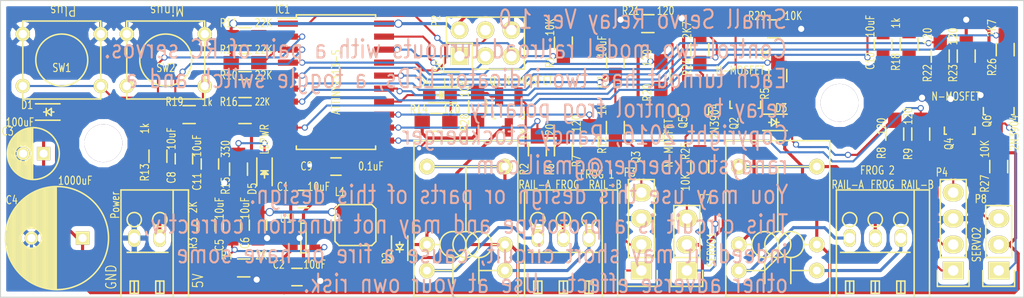
<source format=kicad_pcb>
(kicad_pcb (version 4) (host pcbnew 4.0.2+dfsg1-stable)
  (layers (0 F.Cu signal hide) (31 B.Cu signal hide) (34 B.Paste user) (35 F.Paste user) (36 B.SilkS user) (37 F.SilkS user hide) (38 B.Mask user) (39 F.Mask user) (44 Edge.Cuts user))
  (net 0 "")
  (net 1 +5V)
  (net 2 GND)
  (net 3 +3V3)
  (net 4 "Net-(C5-Pad2)")
  (net 5 /BTS1)
  (net 6 /BTPLUS)
  (net 7 /BTS2)
  (net 8 /BTMINUS)
  (net 9 "Net-(D1-Pad2)")
  (net 10 "Net-(D2-Pad2)")
  (net 11 "Net-(D3-Pad2)")
  (net 12 /LED1)
  (net 13 "Net-(D4-Pad1)")
  (net 14 "Net-(D5-Pad1)")
  (net 15 /~RESET)
  (net 16 /SV1EN)
  (net 17 /SV2EN)
  (net 18 /LED2)
  (net 19 /LD2A)
  (net 20 /LD2B)
  (net 21 /LD1A)
  (net 22 /LD1B)
  (net 23 /SV1)
  (net 24 /SV2)
  (net 25 /MOSI)
  (net 26 /MISO)
  (net 27 /SCK)
  (net 28 "Net-(L1-Pad1)")
  (net 29 "Net-(P3-Pad1)")
  (net 30 "Net-(P3-Pad2)")
  (net 31 /CBT1)
  (net 32 "Net-(P4-Pad1)")
  (net 33 "Net-(P4-Pad2)")
  (net 34 /CBT2)
  (net 35 /RAIL-A1)
  (net 36 /FROG1)
  (net 37 /RAIL-B1)
  (net 38 /RAIL-A2)
  (net 39 /FROG2)
  (net 40 /RAIL-B2)
  (net 41 /SV1SIG)
  (net 42 /SV1GND)
  (net 43 /SV2SIG)
  (net 44 /SV2GND)
  (net 45 "Net-(Q1-Pad1)")
  (net 46 "Net-(Q2-Pad1)")
  (net 47 "Net-(Q3-Pad1)")
  (net 48 "Net-(Q4-Pad1)")
  (net 49 "Net-(Q5-Pad1)")
  (net 50 "Net-(Q6-Pad1)")
  (net 51 "Net-(R13-Pad1)")
  (net 52 "Net-(R19-Pad1)")
  (net 53 "Net-(Q1-Pad2)")
  (net 54 "Net-(Q2-Pad2)")
  (module TO_SOT_Packages_SMD:SOT-23_Handsoldering (layer F.Cu) (at 74.676 56.896 180)
    (fp_text reference Q1 (at 1.29 3.015 180) (layer F.SilkS) (effects (font (size 0.8 0.6) (thickness 0.1))))
    (fp_text value N-MOSFET (at -1.905 3.048 180) (layer F.SilkS) (effects (font (size 0.8 0.6) (thickness 0.1))))
    (pad 1 smd rect (at -0.95 1.50114 180) (size 0.8001 1.80086) (layers F.Cu F.Paste F.Mask) (net 45 "Net-(Q1-Pad1)"))
    (pad 2 smd rect (at 0.95 1.50114 180) (size 0.8001 1.80086) (layers F.Cu F.Paste F.Mask) (net 53 "Net-(Q1-Pad2)"))
    (pad 3 smd rect (at 0 -1.50114 180) (size 0.8001 1.80086) (layers F.Cu F.Paste F.Mask) (net 10 "Net-(D2-Pad2)"))
  )
  (module Capacitors_SMD:C_0805_HandSoldering (layer F.Cu) (at 54.61 65.405)
    (fp_text reference C1 (at -2.01 -1.205) (layer F.SilkS) (effects (font (size 0.8 0.6) (thickness 0.1))))
    (fp_text value 10uF (at 1.49 -1.205) (layer F.SilkS) (effects (font (size 0.8 0.6) (thickness 0.1))))
    (pad 1 smd rect (at -1.25 0) (size 1.5 1.25) (layers F.Cu F.Paste F.Mask) (net 1 +5V))
    (pad 2 smd rect (at 1.25 0) (size 1.5 1.25) (layers F.Cu F.Paste F.Mask) (net 2 GND))
  )
  (module Capacitors_SMD:C_0805_HandSoldering (layer F.Cu) (at 53.975 73.025)
    (fp_text reference C2 (at -1.775 -1.225) (layer F.SilkS) (effects (font (size 0.8 0.6) (thickness 0.1))))
    (fp_text value 10uF (at 1.725 -1.225) (layer F.SilkS) (effects (font (size 0.8 0.6) (thickness 0.1))))
    (pad 1 smd rect (at -1.25 0) (size 1.5 1.25) (layers F.Cu F.Paste F.Mask) (net 1 +5V))
    (pad 2 smd rect (at 1.25 0) (size 1.5 1.25) (layers F.Cu F.Paste F.Mask) (net 2 GND))
  )
  (module Capacitors_ThroughHole:C_Radial_D5_L11_P2 (layer F.Cu) (at 29.21 60.96 180)
    (fp_text reference C3 (at 3.51 2.16 180) (layer F.SilkS) (effects (font (size 0.8 0.6) (thickness 0.1))))
    (fp_text value 100uF (at 2.31 3.06 180) (layer F.SilkS) (effects (font (size 0.8 0.6) (thickness 0.1))))
    (pad 1 thru_hole rect (at 0 0 180) (size 1.3 1.3) (drill 0.8) (layers *.Cu *.Mask F.SilkS) (net 1 +5V))
    (pad 2 thru_hole circle (at 2 0 180) (size 1.3 1.3) (drill 0.8) (layers *.Cu *.Mask F.SilkS) (net 2 GND))
  )
  (module Capacitors_ThroughHole:C_Radial_D10_L16_P5 (layer F.Cu) (at 33.02 69.215 180)
    (fp_text reference C4 (at 6.92 3.715 180) (layer F.SilkS) (effects (font (size 0.8 0.6) (thickness 0.1))))
    (fp_text value 1000uF (at 0.72 5.615 180) (layer F.SilkS) (effects (font (size 0.8 0.6) (thickness 0.1))))
    (pad 1 thru_hole rect (at 0 0 180) (size 1.3 1.3) (drill 0.8) (layers *.Cu *.Mask F.SilkS) (net 1 +5V))
    (pad 2 thru_hole circle (at 5 0 180) (size 1.3 1.3) (drill 0.8) (layers *.Cu *.Mask F.SilkS) (net 2 GND))
  )
  (module Capacitors_SMD:C_0805_HandSoldering (layer F.Cu) (at 47.625 67.945 270)
    (fp_text reference C5 (at 1.955 1.225 270) (layer F.SilkS) (effects (font (size 0.8 0.6) (thickness 0.1))))
    (fp_text value 10uF (at -1.645 1.225 270) (layer F.SilkS) (effects (font (size 0.8 0.6) (thickness 0.1))))
    (pad 1 smd rect (at -1.25 0 270) (size 1.5 1.25) (layers F.Cu F.Paste F.Mask) (net 3 +3V3))
    (pad 2 smd rect (at 1.25 0 270) (size 1.5 1.25) (layers F.Cu F.Paste F.Mask) (net 4 "Net-(C5-Pad2)"))
  )
  (module Capacitors_SMD:C_0805_HandSoldering (layer F.Cu) (at 50.165 67.945 270)
    (fp_text reference C6 (at 1.755 1.265 270) (layer F.SilkS) (effects (font (size 0.8 0.6) (thickness 0.1))))
    (fp_text value 10uF (at -1.645 1.265 270) (layer F.SilkS) (effects (font (size 0.8 0.6) (thickness 0.1))))
    (pad 1 smd rect (at -1.25 0 270) (size 1.5 1.25) (layers F.Cu F.Paste F.Mask) (net 3 +3V3))
    (pad 2 smd rect (at 1.25 0 270) (size 1.5 1.25) (layers F.Cu F.Paste F.Mask) (net 2 GND))
  )
  (module Capacitors_SMD:C_0805_HandSoldering (layer F.Cu) (at 85.09 52.07 90)
    (fp_text reference C7 (at -1.93 -1.29 90) (layer F.SilkS) (effects (font (size 0.8 0.6) (thickness 0.1))))
    (fp_text value 10uF (at 1.57 -1.29 90) (layer F.SilkS) (effects (font (size 0.8 0.6) (thickness 0.1))))
    (pad 1 smd rect (at -1.25 0 90) (size 1.5 1.25) (layers F.Cu F.Paste F.Mask) (net 5 /BTS1))
    (pad 2 smd rect (at 1.25 0 90) (size 1.5 1.25) (layers F.Cu F.Paste F.Mask) (net 2 GND))
  )
  (module Capacitors_SMD:C_0805_HandSoldering (layer F.Cu) (at 42.926 61.468 90)
    (fp_text reference C8 (at -1.832 -1.226 90) (layer F.SilkS) (effects (font (size 0.8 0.6) (thickness 0.1))))
    (fp_text value 10uF (at 1.968 -1.226 90) (layer F.SilkS) (effects (font (size 0.8 0.6) (thickness 0.1))))
    (pad 1 smd rect (at -1.25 0 90) (size 1.5 1.25) (layers F.Cu F.Paste F.Mask) (net 6 /BTPLUS))
    (pad 2 smd rect (at 1.25 0 90) (size 1.5 1.25) (layers F.Cu F.Paste F.Mask) (net 2 GND))
  )
  (module Capacitors_SMD:C_0805_HandSoldering (layer F.Cu) (at 57.785 62.23 180)
    (fp_text reference C9 (at 2.885 0.03 180) (layer F.SilkS) (effects (font (size 0.8 0.6) (thickness 0.1))))
    (fp_text value 0.1uF (at -3.415 0.03 180) (layer F.SilkS) (effects (font (size 0.8 0.6) (thickness 0.1))))
    (pad 1 smd rect (at -1.25 0 180) (size 1.5 1.25) (layers F.Cu F.Paste F.Mask) (net 3 +3V3))
    (pad 2 smd rect (at 1.25 0 180) (size 1.5 1.25) (layers F.Cu F.Paste F.Mask) (net 2 GND))
  )
  (module Capacitors_SMD:C_0805_HandSoldering (layer F.Cu) (at 111.252 50.292 270)
    (fp_text reference C10 (at 1.608 1.252 270) (layer F.SilkS) (effects (font (size 0.8 0.6) (thickness 0.1))))
    (fp_text value 10uF (at -1.792 1.252 270) (layer F.SilkS) (effects (font (size 0.8 0.6) (thickness 0.1))))
    (pad 1 smd rect (at -1.25 0 270) (size 1.5 1.25) (layers F.Cu F.Paste F.Mask) (net 7 /BTS2))
    (pad 2 smd rect (at 1.25 0 270) (size 1.5 1.25) (layers F.Cu F.Paste F.Mask) (net 2 GND))
  )
  (module Capacitors_SMD:C_0805_HandSoldering (layer F.Cu) (at 45.466 61.976 270)
    (fp_text reference C11 (at 1.724 1.266 270) (layer F.SilkS) (effects (font (size 0.8 0.6) (thickness 0.1))))
    (fp_text value 10uF (at -1.776 1.266 270) (layer F.SilkS) (effects (font (size 0.8 0.6) (thickness 0.1))))
    (pad 1 smd rect (at -1.25 0 270) (size 1.5 1.25) (layers F.Cu F.Paste F.Mask) (net 8 /BTMINUS))
    (pad 2 smd rect (at 1.25 0 270) (size 1.5 1.25) (layers F.Cu F.Paste F.Mask) (net 2 GND))
  )
  (module Diodes_SMD:SOD-323 (layer F.Cu) (at 29.718 56.896)
    (fp_text reference D1 (at -2.118 -0.696) (layer F.SilkS) (effects (font (size 0.8 0.6) (thickness 0.1))))
    (fp_text value Diode hide)
    (pad 1 smd rect (at -1.055 0) (size 0.59 0.45) (layers F.Cu F.Paste F.Mask) (net 1 +5V))
    (pad 2 smd rect (at 1.055 0) (size 0.59 0.45) (layers F.Cu F.Paste F.Mask) (net 9 "Net-(D1-Pad2)"))
  )
  (module Diodes_SMD:SOD-323 (layer F.Cu) (at 64.008 70.104 90)
    (fp_text reference D2 (at -1.088 -1.276 90) (layer F.SilkS) (effects (font (size 0.8 0.6) (thickness 0.1))))
    (fp_text value Schottky hide)
    (pad 1 smd rect (at -1.055 0 90) (size 0.59 0.45) (layers F.Cu F.Paste F.Mask) (net 1 +5V))
    (pad 2 smd rect (at 1.055 0 90) (size 0.59 0.45) (layers F.Cu F.Paste F.Mask) (net 10 "Net-(D2-Pad2)"))
  )
  (module Diodes_SMD:SOD-323 (layer F.Cu) (at 100.584 57.912 180)
    (fp_text reference D3 (at -0.716 1.412 180) (layer F.SilkS) (effects (font (size 0.8 0.6) (thickness 0.1))))
    (fp_text value Schottky hide)
    (pad 1 smd rect (at -1.055 0 180) (size 0.59 0.45) (layers F.Cu F.Paste F.Mask) (net 1 +5V))
    (pad 2 smd rect (at 1.055 0 180) (size 0.59 0.45) (layers F.Cu F.Paste F.Mask) (net 11 "Net-(D3-Pad2)"))
  )
  (module LEDs:LED_0805 (layer F.Cu) (at 67.945 55.245 180)
    (fp_text reference D4 (at 1.445 1.245 180) (layer F.SilkS) (effects (font (size 0.8 0.6) (thickness 0.1))))
    (fp_text value LD1 (at -1.155 1.245 180) (layer F.SilkS) (effects (font (size 0.8 0.6) (thickness 0.1))))
    (pad 2 smd rect (at 1.04902 0) (size 1.19888 1.19888) (layers F.Cu F.Paste F.Mask) (net 12 /LED1))
    (pad 1 smd rect (at -1.04902 0) (size 1.19888 1.19888) (layers F.Cu F.Paste F.Mask) (net 13 "Net-(D4-Pad1)"))
  )
  (module LEDs:LED_0805 (layer F.Cu) (at 50.8 62.992 270)
    (fp_text reference D5 (at 1.408 1.2 270) (layer F.SilkS) (effects (font (size 0.8 0.6) (thickness 0.1))))
    (fp_text value LDPWR (at -3.429 0 270) (layer F.SilkS) (effects (font (size 0.8 0.6) (thickness 0.1))))
    (pad 2 smd rect (at 1.04902 0 90) (size 1.19888 1.19888) (layers F.Cu F.Paste F.Mask) (net 1 +5V))
    (pad 1 smd rect (at -1.04902 0 90) (size 1.19888 1.19888) (layers F.Cu F.Paste F.Mask) (net 14 "Net-(D5-Pad1)"))
  )
  (module Housings_SOIC:SOIC-20_7.5x12.8mm_Pitch1.27mm (layer F.Cu) (at 57.785 53.975)
    (fp_text reference IC1 (at -5.207 -7.112) (layer F.SilkS) (effects (font (size 0.8 0.6) (thickness 0.1))))
    (fp_text value ATTINYx313-S (at 0 0 90) (layer F.SilkS) (effects (font (size 0.8 0.6) (thickness 0.1))))
    (pad 1 smd rect (at -4.7 -5.715) (size 1.95 0.6) (layers F.Cu F.Paste F.Mask) (net 15 /~RESET))
    (pad 2 smd rect (at -4.7 -4.445) (size 1.95 0.6) (layers F.Cu F.Paste F.Mask) (net 6 /BTPLUS))
    (pad 3 smd rect (at -4.7 -3.175) (size 1.95 0.6) (layers F.Cu F.Paste F.Mask) (net 8 /BTMINUS))
    (pad 4 smd rect (at -4.7 -1.905) (size 1.95 0.6) (layers F.Cu F.Paste F.Mask) (net 16 /SV1EN))
    (pad 5 smd rect (at -4.7 -0.635) (size 1.95 0.6) (layers F.Cu F.Paste F.Mask) (net 17 /SV2EN))
    (pad 6 smd rect (at -4.7 0.635) (size 1.95 0.6) (layers F.Cu F.Paste F.Mask) (net 5 /BTS1))
    (pad 7 smd rect (at -4.7 1.905) (size 1.95 0.6) (layers F.Cu F.Paste F.Mask) (net 7 /BTS2))
    (pad 8 smd rect (at -4.7 3.175) (size 1.95 0.6) (layers F.Cu F.Paste F.Mask) (net 18 /LED2))
    (pad 9 smd rect (at -4.7 4.445) (size 1.95 0.6) (layers F.Cu F.Paste F.Mask) (net 19 /LD2A))
    (pad 10 smd rect (at -4.7 5.715) (size 1.95 0.6) (layers F.Cu F.Paste F.Mask) (net 2 GND))
    (pad 11 smd rect (at 4.7 5.715) (size 1.95 0.6) (layers F.Cu F.Paste F.Mask) (net 20 /LD2B))
    (pad 12 smd rect (at 4.7 4.445) (size 1.95 0.6) (layers F.Cu F.Paste F.Mask) (net 21 /LD1A))
    (pad 13 smd rect (at 4.7 3.175) (size 1.95 0.6) (layers F.Cu F.Paste F.Mask) (net 22 /LD1B))
    (pad 14 smd rect (at 4.7 1.905) (size 1.95 0.6) (layers F.Cu F.Paste F.Mask) (net 12 /LED1))
    (pad 15 smd rect (at 4.7 0.635) (size 1.95 0.6) (layers F.Cu F.Paste F.Mask) (net 23 /SV1))
    (pad 16 smd rect (at 4.7 -0.635) (size 1.95 0.6) (layers F.Cu F.Paste F.Mask) (net 24 /SV2))
    (pad 17 smd rect (at 4.7 -1.905) (size 1.95 0.6) (layers F.Cu F.Paste F.Mask) (net 25 /MOSI))
    (pad 18 smd rect (at 4.7 -3.175) (size 1.95 0.6) (layers F.Cu F.Paste F.Mask) (net 26 /MISO))
    (pad 19 smd rect (at 4.7 -4.445) (size 1.95 0.6) (layers F.Cu F.Paste F.Mask) (net 27 /SCK))
    (pad 20 smd rect (at 4.7 -5.715) (size 1.95 0.6) (layers F.Cu F.Paste F.Mask) (net 3 +3V3))
  )
  (module rls_misc:Bourns-Inductor-SRN4026 (layer F.Cu) (at 59.69 67.945 90)
    (fp_text reference L1 (at 3.245 -1.49 180) (layer F.SilkS) (effects (font (size 0.8 0.6) (thickness 0.1))))
    (fp_text value INDUCTOR hide)
    (pad 2 smd rect (at 1.7 0 90) (size 1.8 3.6) (layers F.Cu F.Paste F.Mask) (net 3 +3V3))
    (pad 1 smd rect (at -1.7 0 90) (size 1.8 3.6) (layers F.Cu F.Paste F.Mask) (net 28 "Net-(L1-Pad1)"))
  )
  (module LocalLibrary:Phoenix-Combicon-2.5mm-2 (layer F.Cu) (at 39.37 69.215 180)
    (fp_text reference P1 hide)
    (fp_text value Power (at 3.17 3.215 270) (layer F.SilkS) (effects (font (size 0.8 0.6) (thickness 0.1))))
    (pad 1 thru_hole oval (at -1.2 0 180) (size 1.2 1.75) (drill 1) (layers *.Cu *.Mask F.SilkS) (net 9 "Net-(D1-Pad2)"))
    (pad 2 thru_hole oval (at 1.3 0 180) (size 1.2 1.75) (drill 1) (layers *.Cu *.Mask F.SilkS) (net 2 GND))
  )
  (module Pin_Headers:Pin_Header_Straight_2x03 (layer F.Cu) (at 69.85 51.435 90)
    (fp_text reference P2 (at 3.429 -2.286 90) (layer F.SilkS) (effects (font (size 0.8 0.6) (thickness 0.1))))
    (fp_text value ISP (at -1.065 -2.15 90) (layer F.SilkS) (effects (font (size 0.8 0.6) (thickness 0.1))))
    (pad 1 thru_hole rect (at 0 0 90) (size 1.7272 1.7272) (drill 1.016) (layers *.Cu *.Mask F.SilkS) (net 26 /MISO))
    (pad 2 thru_hole oval (at 2.54 0 90) (size 1.7272 1.7272) (drill 1.016) (layers *.Cu *.Mask F.SilkS) (net 3 +3V3))
    (pad 3 thru_hole oval (at 0 2.54 90) (size 1.7272 1.7272) (drill 1.016) (layers *.Cu *.Mask F.SilkS) (net 27 /SCK))
    (pad 4 thru_hole oval (at 2.54 2.54 90) (size 1.7272 1.7272) (drill 1.016) (layers *.Cu *.Mask F.SilkS) (net 25 /MOSI))
    (pad 5 thru_hole oval (at 0 5.08 90) (size 1.7272 1.7272) (drill 1.016) (layers *.Cu *.Mask F.SilkS) (net 15 /~RESET))
    (pad 6 thru_hole oval (at 2.54 5.08 90) (size 1.7272 1.7272) (drill 1.016) (layers *.Cu *.Mask F.SilkS) (net 2 GND))
  )
  (module Pin_Headers:Pin_Header_Straight_1x04 (layer F.Cu) (at 87.63 72.39 180)
    (fp_text reference P3 (at 1.13 9.59 180) (layer F.SilkS) (effects (font (size 0.8 0.6) (thickness 0.1))))
    (fp_text value CONN_01X04 hide)
    (pad 1 thru_hole rect (at 0 0 180) (size 2.032 1.7272) (drill 1.016) (layers *.Cu *.Mask F.SilkS) (net 29 "Net-(P3-Pad1)"))
    (pad 2 thru_hole oval (at 0 2.54 180) (size 2.032 1.7272) (drill 1.016) (layers *.Cu *.Mask F.SilkS) (net 30 "Net-(P3-Pad2)"))
    (pad 3 thru_hole oval (at 0 5.08 180) (size 2.032 1.7272) (drill 1.016) (layers *.Cu *.Mask F.SilkS) (net 2 GND))
    (pad 4 thru_hole oval (at 0 7.62 180) (size 2.032 1.7272) (drill 1.016) (layers *.Cu *.Mask F.SilkS) (net 31 /CBT1))
  )
  (module Pin_Headers:Pin_Header_Straight_1x04 (layer F.Cu) (at 118.11 72.39 180)
    (fp_text reference P4 (at 1.11 9.59 180) (layer F.SilkS) (effects (font (size 0.8 0.6) (thickness 0.1))))
    (fp_text value CONN_01X04 hide)
    (pad 1 thru_hole rect (at 0 0 180) (size 2.032 1.7272) (drill 1.016) (layers *.Cu *.Mask F.SilkS) (net 32 "Net-(P4-Pad1)"))
    (pad 2 thru_hole oval (at 0 2.54 180) (size 2.032 1.7272) (drill 1.016) (layers *.Cu *.Mask F.SilkS) (net 33 "Net-(P4-Pad2)"))
    (pad 3 thru_hole oval (at 0 5.08 180) (size 2.032 1.7272) (drill 1.016) (layers *.Cu *.Mask F.SilkS) (net 2 GND))
    (pad 4 thru_hole oval (at 0 7.62 180) (size 2.032 1.7272) (drill 1.016) (layers *.Cu *.Mask F.SilkS) (net 34 /CBT2))
  )
  (module LocalLibrary:Phoenix-Combicon-2.5mm-3 (layer F.Cu) (at 80.01 69.215 180)
    (fp_text reference P5 hide)
    (fp_text value "FROG 1" (at -3.302 6.223 180) (layer F.SilkS) (effects (font (size 0.8 0.6) (thickness 0.1))))
    (pad 1 thru_hole oval (at -2.5 0 180) (size 1.2 1.75) (drill 1) (layers *.Cu *.Mask F.SilkS) (net 35 /RAIL-A1))
    (pad 2 thru_hole oval (at 0 0 180) (size 1.2 1.75) (drill 1) (layers *.Cu *.Mask F.SilkS) (net 36 /FROG1))
    (pad 3 thru_hole oval (at 2.5 0 180) (size 1.2 1.75) (drill 1) (layers *.Cu *.Mask F.SilkS) (net 37 /RAIL-B1))
  )
  (module LocalLibrary:Phoenix-Combicon-2.5mm-3 (layer F.Cu) (at 110.49 69.215 180)
    (fp_text reference P6 hide)
    (fp_text value "FROG 2" (at -0.21 6.615 180) (layer F.SilkS) (effects (font (size 0.8 0.6) (thickness 0.1))))
    (pad 1 thru_hole oval (at -2.5 0 180) (size 1.2 1.75) (drill 1) (layers *.Cu *.Mask F.SilkS) (net 38 /RAIL-A2))
    (pad 2 thru_hole oval (at 0 0 180) (size 1.2 1.75) (drill 1) (layers *.Cu *.Mask F.SilkS) (net 39 /FROG2))
    (pad 3 thru_hole oval (at 2.5 0 180) (size 1.2 1.75) (drill 1) (layers *.Cu *.Mask F.SilkS) (net 40 /RAIL-B2))
  )
  (module Pin_Headers:Pin_Header_Straight_1x03 (layer F.Cu) (at 92.075 72.39 180)
    (fp_text reference P7 (at -1.778 6.985 180) (layer F.SilkS) (effects (font (size 0.8 0.6) (thickness 0.1))))
    (fp_text value SERVO1 (at -2.413 2.032 270) (layer F.SilkS) (effects (font (size 0.8 0.6) (thickness 0.1))))
    (pad 1 thru_hole rect (at 0 0 180) (size 2.032 1.7272) (drill 1.016) (layers *.Cu *.Mask F.SilkS) (net 41 /SV1SIG))
    (pad 2 thru_hole oval (at 0 2.54 180) (size 2.032 1.7272) (drill 1.016) (layers *.Cu *.Mask F.SilkS) (net 1 +5V))
    (pad 3 thru_hole oval (at 0 5.08 180) (size 2.032 1.7272) (drill 1.016) (layers *.Cu *.Mask F.SilkS) (net 42 /SV1GND))
  )
  (module Pin_Headers:Pin_Header_Straight_1x03 (layer F.Cu) (at 122.555 72.39 180)
    (fp_text reference P8 (at 1.755 6.99 180) (layer F.SilkS) (effects (font (size 0.8 0.6) (thickness 0.1))))
    (fp_text value SERVO2 (at 2.159 2.54 270) (layer F.SilkS) (effects (font (size 0.8 0.6) (thickness 0.1))))
    (pad 1 thru_hole rect (at 0 0 180) (size 2.032 1.7272) (drill 1.016) (layers *.Cu *.Mask F.SilkS) (net 43 /SV2SIG))
    (pad 2 thru_hole oval (at 0 2.54 180) (size 2.032 1.7272) (drill 1.016) (layers *.Cu *.Mask F.SilkS) (net 1 +5V))
    (pad 3 thru_hole oval (at 0 5.08 180) (size 2.032 1.7272) (drill 1.016) (layers *.Cu *.Mask F.SilkS) (net 44 /SV2GND))
  )
  (module TO_SOT_Packages_SMD:SOT-23_Handsoldering (layer F.Cu) (at 97.79 55.88 180)
    (fp_text reference Q2 (at 1.09 -2.12 270) (layer F.SilkS) (effects (font (size 0.8 0.6) (thickness 0.1))))
    (fp_text value N-MOSFET (at 0.508 3.048 360) (layer F.SilkS) (effects (font (size 0.8 0.6) (thickness 0.1))))
    (pad 1 smd rect (at -0.95 1.50114 180) (size 0.8001 1.80086) (layers F.Cu F.Paste F.Mask) (net 46 "Net-(Q2-Pad1)"))
    (pad 2 smd rect (at 0.95 1.50114 180) (size 0.8001 1.80086) (layers F.Cu F.Paste F.Mask) (net 54 "Net-(Q2-Pad2)"))
    (pad 3 smd rect (at 0 -1.50114 180) (size 0.8001 1.80086) (layers F.Cu F.Paste F.Mask) (net 11 "Net-(D3-Pad2)"))
  )
  (module TO_SOT_Packages_SMD:SOT-23_Handsoldering (layer F.Cu) (at 88.265 59.055 180)
    (fp_text reference Q3 (at 1.165 -2.245 270) (layer F.SilkS) (effects (font (size 0.8 0.6) (thickness 0.1))))
    (fp_text value N-MOSFET (at -2.032 -0.889 270) (layer F.SilkS) (effects (font (size 0.8 0.6) (thickness 0.1))))
    (pad 1 smd rect (at -0.95 1.50114 180) (size 0.8001 1.80086) (layers F.Cu F.Paste F.Mask) (net 47 "Net-(Q3-Pad1)"))
    (pad 2 smd rect (at 0.95 1.50114 180) (size 0.8001 1.80086) (layers F.Cu F.Paste F.Mask) (net 2 GND))
    (pad 3 smd rect (at 0 -1.50114 180) (size 0.8001 1.80086) (layers F.Cu F.Paste F.Mask) (net 42 /SV1GND))
  )
  (module TO_SOT_Packages_SMD:SOT-23_Handsoldering (layer F.Cu) (at 118.745 58.42 180)
    (fp_text reference Q4 (at 1.045 -1.58 270) (layer F.SilkS) (effects (font (size 0.8 0.6) (thickness 0.1))))
    (fp_text value N-MOSFET (at 0.381 3.048 360) (layer F.SilkS) (effects (font (size 0.8 0.6) (thickness 0.1))))
    (pad 1 smd rect (at -0.95 1.50114 180) (size 0.8001 1.80086) (layers F.Cu F.Paste F.Mask) (net 48 "Net-(Q4-Pad1)"))
    (pad 2 smd rect (at 0.95 1.50114 180) (size 0.8001 1.80086) (layers F.Cu F.Paste F.Mask) (net 2 GND))
    (pad 3 smd rect (at 0 -1.50114 180) (size 0.8001 1.80086) (layers F.Cu F.Paste F.Mask) (net 44 /SV2GND))
  )
  (module TO_SOT_Packages_SMD:SOT-23_Handsoldering (layer F.Cu) (at 92.71 56.515 180)
    (fp_text reference Q5 (at 1.01 -1.385 270) (layer F.SilkS) (effects (font (size 0.8 0.6) (thickness 0.1))))
    (fp_text value 2N3904 (at -2.09 -1.285 270) (layer F.SilkS) (effects (font (size 0.8 0.6) (thickness 0.1))))
    (pad 1 smd rect (at -0.95 1.50114 180) (size 0.8001 1.80086) (layers F.Cu F.Paste F.Mask) (net 49 "Net-(Q5-Pad1)"))
    (pad 2 smd rect (at 0.95 1.50114 180) (size 0.8001 1.80086) (layers F.Cu F.Paste F.Mask) (net 2 GND))
    (pad 3 smd rect (at 0 -1.50114 180) (size 0.8001 1.80086) (layers F.Cu F.Paste F.Mask) (net 41 /SV1SIG))
  )
  (module TO_SOT_Packages_SMD:SOT-23_Handsoldering (layer F.Cu) (at 122.555 56.515 180)
    (fp_text reference Q6 (at 1.143 -1.27 270) (layer F.SilkS) (effects (font (size 0.8 0.6) (thickness 0.1))))
    (fp_text value 2N3904 (at -1.524 -2.413 270) (layer F.SilkS) (effects (font (size 0.8 0.6) (thickness 0.1))))
    (pad 1 smd rect (at -0.95 1.50114 180) (size 0.8001 1.80086) (layers F.Cu F.Paste F.Mask) (net 50 "Net-(Q6-Pad1)"))
    (pad 2 smd rect (at 0.95 1.50114 180) (size 0.8001 1.80086) (layers F.Cu F.Paste F.Mask) (net 2 GND))
    (pad 3 smd rect (at 0 -1.50114 180) (size 0.8001 1.80086) (layers F.Cu F.Paste F.Mask) (net 43 /SV2SIG))
  )
  (module Resistors_SMD:R_0805_HandSoldering (layer F.Cu) (at 80.01 50.165 90)
    (fp_text reference R1 (at -1.835 -1.31 90) (layer F.SilkS) (effects (font (size 0.8 0.6) (thickness 0.1))))
    (fp_text value 10K (at 1.565 -1.31 90) (layer F.SilkS) (effects (font (size 0.8 0.6) (thickness 0.1))))
    (pad 1 smd rect (at -1.35 0 90) (size 1.5 1.3) (layers F.Cu F.Paste F.Mask) (net 15 /~RESET))
    (pad 2 smd rect (at 1.35 0 90) (size 1.5 1.3) (layers F.Cu F.Paste F.Mask) (net 3 +3V3))
  )
  (module Resistors_SMD:R_0805_HandSoldering (layer F.Cu) (at 77.47 60.579 90)
    (fp_text reference R2 (at -1.905 -1.27 90) (layer F.SilkS) (effects (font (size 0.8 0.6) (thickness 0.1))))
    (fp_text value 1K (at 1.524 -1.27 90) (layer F.SilkS) (effects (font (size 0.8 0.6) (thickness 0.1))))
    (pad 1 smd rect (at -1.35 0 90) (size 1.5 1.3) (layers F.Cu F.Paste F.Mask) (net 45 "Net-(Q1-Pad1)"))
    (pad 2 smd rect (at 1.35 0 90) (size 1.5 1.3) (layers F.Cu F.Paste F.Mask) (net 21 /LD1A))
  )
  (module Resistors_SMD:R_0805_HandSoldering (layer F.Cu) (at 45.085 67.945 90)
    (fp_text reference R3 (at -1.755 -1.285 90) (layer F.SilkS) (effects (font (size 0.8 0.6) (thickness 0.1))))
    (fp_text value 2K (at 1.745 -1.285 90) (layer F.SilkS) (effects (font (size 0.8 0.6) (thickness 0.1))))
    (pad 1 smd rect (at -1.35 0 90) (size 1.5 1.3) (layers F.Cu F.Paste F.Mask) (net 4 "Net-(C5-Pad2)"))
    (pad 2 smd rect (at 1.35 0 90) (size 1.5 1.3) (layers F.Cu F.Paste F.Mask) (net 3 +3V3))
  )
  (module Resistors_SMD:R_0805_HandSoldering (layer F.Cu) (at 48.768 72.136 180)
    (fp_text reference R4 (at 1.668 1.236 180) (layer F.SilkS) (effects (font (size 0.8 0.6) (thickness 0.1))))
    (fp_text value 2K (at -1.732 1.236 180) (layer F.SilkS) (effects (font (size 0.8 0.6) (thickness 0.1))))
    (pad 1 smd rect (at -1.35 0 180) (size 1.5 1.3) (layers F.Cu F.Paste F.Mask) (net 2 GND))
    (pad 2 smd rect (at 1.35 0 180) (size 1.5 1.3) (layers F.Cu F.Paste F.Mask) (net 4 "Net-(C5-Pad2)"))
  )
  (module Resistors_SMD:R_0805_HandSoldering (layer F.Cu) (at 100.965 53.34 90)
    (fp_text reference R5 (at -1.76 -1.265 90) (layer F.SilkS) (effects (font (size 0.8 0.6) (thickness 0.1))))
    (fp_text value 1K (at 2.04 -1.265 90) (layer F.SilkS) (effects (font (size 0.8 0.6) (thickness 0.1))))
    (pad 1 smd rect (at -1.35 0 90) (size 1.5 1.3) (layers F.Cu F.Paste F.Mask) (net 46 "Net-(Q2-Pad1)"))
    (pad 2 smd rect (at 1.35 0 90) (size 1.5 1.3) (layers F.Cu F.Paste F.Mask) (net 19 /LD2A))
  )
  (module Resistors_SMD:R_0805_HandSoldering (layer F.Cu) (at 80.01 60.579 90)
    (fp_text reference R6 (at -1.921 -1.31 90) (layer F.SilkS) (effects (font (size 0.8 0.6) (thickness 0.1))))
    (fp_text value 120 (at 1.679 -1.31 90) (layer F.SilkS) (effects (font (size 0.8 0.6) (thickness 0.1))))
    (pad 1 smd rect (at -1.35 0 90) (size 1.5 1.3) (layers F.Cu F.Paste F.Mask) (net 29 "Net-(P3-Pad1)"))
    (pad 2 smd rect (at 1.35 0 90) (size 1.5 1.3) (layers F.Cu F.Paste F.Mask) (net 21 /LD1A))
  )
  (module Resistors_SMD:R_0805_HandSoldering (layer F.Cu) (at 82.55 59.69 90)
    (fp_text reference R7 (at -2.01 -1.25 90) (layer F.SilkS) (effects (font (size 0.8 0.6) (thickness 0.1))))
    (fp_text value 120 (at 1.69 -1.25 90) (layer F.SilkS) (effects (font (size 0.8 0.6) (thickness 0.1))))
    (pad 1 smd rect (at -1.35 0 90) (size 1.5 1.3) (layers F.Cu F.Paste F.Mask) (net 30 "Net-(P3-Pad2)"))
    (pad 2 smd rect (at 1.35 0 90) (size 1.5 1.3) (layers F.Cu F.Paste F.Mask) (net 22 /LD1B))
  )
  (module Resistors_SMD:R_0805_HandSoldering (layer F.Cu) (at 112.395 59.055 90)
    (fp_text reference R8 (at -1.845 -1.295 90) (layer F.SilkS) (effects (font (size 0.8 0.6) (thickness 0.1))))
    (fp_text value 120 (at 0.755 -1.295 90) (layer F.SilkS) (effects (font (size 0.8 0.6) (thickness 0.1))))
    (pad 1 smd rect (at -1.35 0 90) (size 1.5 1.3) (layers F.Cu F.Paste F.Mask) (net 32 "Net-(P4-Pad1)"))
    (pad 2 smd rect (at 1.35 0 90) (size 1.5 1.3) (layers F.Cu F.Paste F.Mask) (net 19 /LD2A))
  )
  (module Resistors_SMD:R_0805_HandSoldering (layer F.Cu) (at 114.935 59.055 90)
    (fp_text reference R9 (at -1.945 -1.235 90) (layer F.SilkS) (effects (font (size 0.8 0.6) (thickness 0.1))))
    (fp_text value 120 (at 1.755 -1.235 90) (layer F.SilkS) (effects (font (size 0.8 0.6) (thickness 0.1))))
    (pad 1 smd rect (at -1.35 0 90) (size 1.5 1.3) (layers F.Cu F.Paste F.Mask) (net 33 "Net-(P4-Pad2)"))
    (pad 2 smd rect (at 1.35 0 90) (size 1.5 1.3) (layers F.Cu F.Paste F.Mask) (net 20 /LD2B))
  )
  (module Resistors_SMD:R_0805_HandSoldering (layer F.Cu) (at 48.895 54.61)
    (fp_text reference R10 (at -1.595 -1.31) (layer F.SilkS) (effects (font (size 0.8 0.6) (thickness 0.1))))
    (fp_text value 22K (at 1.805 -1.31) (layer F.SilkS) (effects (font (size 0.8 0.6) (thickness 0.1))))
    (pad 1 smd rect (at -1.35 0) (size 1.5 1.3) (layers F.Cu F.Paste F.Mask) (net 3 +3V3))
    (pad 2 smd rect (at 1.35 0) (size 1.5 1.3) (layers F.Cu F.Paste F.Mask) (net 5 /BTS1))
  )
  (module Resistors_SMD:R_0805_HandSoldering (layer F.Cu) (at 48.895 49.53)
    (fp_text reference R11 (at -1.595 -1.33) (layer F.SilkS) (effects (font (size 0.8 0.6) (thickness 0.1))))
    (fp_text value 22K (at 1.805 -1.33) (layer F.SilkS) (effects (font (size 0.8 0.6) (thickness 0.1))))
    (pad 1 smd rect (at -1.35 0) (size 1.5 1.3) (layers F.Cu F.Paste F.Mask) (net 3 +3V3))
    (pad 2 smd rect (at 1.35 0) (size 1.5 1.3) (layers F.Cu F.Paste F.Mask) (net 6 /BTPLUS))
  )
  (module Resistors_SMD:R_0805_HandSoldering (layer F.Cu) (at 85.09 58.42 90)
    (fp_text reference R12 (at -1.68 -1.29 90) (layer F.SilkS) (effects (font (size 0.8 0.6) (thickness 0.1))))
    (fp_text value 1k (at 1.72 -1.29 90) (layer F.SilkS) (effects (font (size 0.8 0.6) (thickness 0.1))))
    (pad 1 smd rect (at -1.35 0 90) (size 1.5 1.3) (layers F.Cu F.Paste F.Mask) (net 31 /CBT1))
    (pad 2 smd rect (at 1.35 0 90) (size 1.5 1.3) (layers F.Cu F.Paste F.Mask) (net 5 /BTS1))
  )
  (module Resistors_SMD:R_0805_HandSoldering (layer F.Cu) (at 40.386 61.214 270)
    (fp_text reference R13 (at 1.586 1.286 270) (layer F.SilkS) (effects (font (size 0.8 0.6) (thickness 0.1))))
    (fp_text value 1k (at -2.714 1.286 270) (layer F.SilkS) (effects (font (size 0.8 0.6) (thickness 0.1))))
    (pad 1 smd rect (at -1.35 0 270) (size 1.5 1.3) (layers F.Cu F.Paste F.Mask) (net 51 "Net-(R13-Pad1)"))
    (pad 2 smd rect (at 1.35 0 270) (size 1.5 1.3) (layers F.Cu F.Paste F.Mask) (net 6 /BTPLUS))
  )
  (module Resistors_SMD:R_0805_HandSoldering (layer F.Cu) (at 67.564 57.912 180)
    (fp_text reference R14 (at 1.68 1.285 180) (layer F.SilkS) (effects (font (size 0.8 0.6) (thickness 0.1))))
    (fp_text value 120 (at -1.52 1.285 180) (layer F.SilkS) (effects (font (size 0.8 0.6) (thickness 0.1))))
    (pad 1 smd rect (at -1.35 0 180) (size 1.5 1.3) (layers F.Cu F.Paste F.Mask) (net 13 "Net-(D4-Pad1)"))
    (pad 2 smd rect (at 1.35 0 180) (size 1.5 1.3) (layers F.Cu F.Paste F.Mask) (net 2 GND))
  )
  (module Resistors_SMD:R_0805_HandSoldering (layer F.Cu) (at 48.26 62.484 270)
    (fp_text reference R15 (at 1.616 1.26 270) (layer F.SilkS) (effects (font (size 0.8 0.6) (thickness 0.1))))
    (fp_text value 330 (at -1.984 1.26 270) (layer F.SilkS) (effects (font (size 0.8 0.6) (thickness 0.1))))
    (pad 1 smd rect (at -1.35 0 270) (size 1.5 1.3) (layers F.Cu F.Paste F.Mask) (net 14 "Net-(D5-Pad1)"))
    (pad 2 smd rect (at 1.35 0 270) (size 1.5 1.3) (layers F.Cu F.Paste F.Mask) (net 2 GND))
  )
  (module Resistors_SMD:R_0805_HandSoldering (layer F.Cu) (at 48.895 57.15)
    (fp_text reference R16 (at -1.595 -1.25) (layer F.SilkS) (effects (font (size 0.8 0.6) (thickness 0.1))))
    (fp_text value 22K (at 1.705 -1.25) (layer F.SilkS) (effects (font (size 0.7 0.5) (thickness 0.1))))
    (pad 1 smd rect (at -1.35 0) (size 1.5 1.3) (layers F.Cu F.Paste F.Mask) (net 3 +3V3))
    (pad 2 smd rect (at 1.35 0) (size 1.5 1.3) (layers F.Cu F.Paste F.Mask) (net 7 /BTS2))
  )
  (module Resistors_SMD:R_0805_HandSoldering (layer F.Cu) (at 48.895 52.07)
    (fp_text reference R17 (at -1.595 -1.27) (layer F.SilkS) (effects (font (size 0.8 0.6) (thickness 0.1))))
    (fp_text value 22K (at 1.805 -1.27) (layer F.SilkS) (effects (font (size 0.8 0.6) (thickness 0.1))))
    (pad 1 smd rect (at -1.35 0) (size 1.5 1.3) (layers F.Cu F.Paste F.Mask) (net 3 +3V3))
    (pad 2 smd rect (at 1.35 0) (size 1.5 1.3) (layers F.Cu F.Paste F.Mask) (net 8 /BTMINUS))
  )
  (module Resistors_SMD:R_0805_HandSoldering (layer F.Cu) (at 113.792 50.292 90)
    (fp_text reference R18 (at -1.708 -1.292 90) (layer F.SilkS) (effects (font (size 0.8 0.6) (thickness 0.1))))
    (fp_text value 1k (at 2.092 -1.292 90) (layer F.SilkS) (effects (font (size 0.8 0.6) (thickness 0.1))))
    (pad 1 smd rect (at -1.35 0 90) (size 1.5 1.3) (layers F.Cu F.Paste F.Mask) (net 34 /CBT2))
    (pad 2 smd rect (at 1.35 0 90) (size 1.5 1.3) (layers F.Cu F.Paste F.Mask) (net 7 /BTS2))
  )
  (module Resistors_SMD:R_0805_HandSoldering (layer F.Cu) (at 43.434 57.15 180)
    (fp_text reference R19 (at 1.434 1.25 180) (layer F.SilkS) (effects (font (size 0.8 0.6) (thickness 0.1))))
    (fp_text value 1k (at -1.766 1.25 180) (layer F.SilkS) (effects (font (size 0.8 0.6) (thickness 0.1))))
    (pad 1 smd rect (at -1.35 0 180) (size 1.5 1.3) (layers F.Cu F.Paste F.Mask) (net 52 "Net-(R19-Pad1)"))
    (pad 2 smd rect (at 1.35 0 180) (size 1.5 1.3) (layers F.Cu F.Paste F.Mask) (net 8 /BTMINUS))
  )
  (module Resistors_SMD:R_0805_HandSoldering (layer F.Cu) (at 89.535 53.34 90)
    (fp_text reference R20 (at -1.66 -1.335 90) (layer F.SilkS) (effects (font (size 0.8 0.6) (thickness 0.1))))
    (fp_text value 120 (at 1.74 -1.335 90) (layer F.SilkS) (effects (font (size 0.8 0.6) (thickness 0.1))))
    (pad 1 smd rect (at -1.35 0 90) (size 1.5 1.3) (layers F.Cu F.Paste F.Mask) (net 47 "Net-(Q3-Pad1)"))
    (pad 2 smd rect (at 1.35 0 90) (size 1.5 1.3) (layers F.Cu F.Paste F.Mask) (net 16 /SV1EN))
  )
  (module Resistors_SMD:R_0805_HandSoldering (layer F.Cu) (at 88.265 48.26)
    (fp_text reference R21 (at -1.665 -1.26) (layer F.SilkS) (effects (font (size 0.8 0.6) (thickness 0.1))))
    (fp_text value 120 (at 1.735 -1.26) (layer F.SilkS) (effects (font (size 0.8 0.6) (thickness 0.1))))
    (pad 1 smd rect (at -1.35 0) (size 1.5 1.3) (layers F.Cu F.Paste F.Mask) (net 2 GND))
    (pad 2 smd rect (at 1.35 0) (size 1.5 1.3) (layers F.Cu F.Paste F.Mask) (net 47 "Net-(Q3-Pad1)"))
  )
  (module Resistors_SMD:R_0805_HandSoldering (layer F.Cu) (at 116.84 51.435 90)
    (fp_text reference R22 (at -1.665 -1.24 90) (layer F.SilkS) (effects (font (size 0.8 0.6) (thickness 0.1))))
    (fp_text value 120 (at 1.935 1.26 90) (layer F.SilkS) (effects (font (size 0.8 0.6) (thickness 0.1))))
    (pad 1 smd rect (at -1.35 0 90) (size 1.5 1.3) (layers F.Cu F.Paste F.Mask) (net 48 "Net-(Q4-Pad1)"))
    (pad 2 smd rect (at 1.35 0 90) (size 1.5 1.3) (layers F.Cu F.Paste F.Mask) (net 17 /SV2EN))
  )
  (module Resistors_SMD:R_0805_HandSoldering (layer F.Cu) (at 119.38 51.435 270)
    (fp_text reference R23 (at 1.665 1.28 270) (layer F.SilkS) (effects (font (size 0.8 0.6) (thickness 0.1))))
    (fp_text value 120 (at -1.935 3.78 270) (layer F.SilkS) (effects (font (size 0.8 0.6) (thickness 0.1))))
    (pad 1 smd rect (at -1.35 0 270) (size 1.5 1.3) (layers F.Cu F.Paste F.Mask) (net 2 GND))
    (pad 2 smd rect (at 1.35 0 270) (size 1.5 1.3) (layers F.Cu F.Paste F.Mask) (net 48 "Net-(Q4-Pad1)"))
  )
  (module Resistors_SMD:R_0805_HandSoldering (layer F.Cu) (at 93.345 50.8 90)
    (fp_text reference R24 (at -1.7 -1.245 90) (layer F.SilkS) (effects (font (size 0.8 0.6) (thickness 0.1))))
    (fp_text value 2K7 (at 1.9 -1.245 90) (layer F.SilkS) (effects (font (size 0.8 0.6) (thickness 0.1))))
    (pad 1 smd rect (at -1.35 0 90) (size 1.5 1.3) (layers F.Cu F.Paste F.Mask) (net 49 "Net-(Q5-Pad1)"))
    (pad 2 smd rect (at 1.35 0 90) (size 1.5 1.3) (layers F.Cu F.Paste F.Mask) (net 23 /SV1))
  )
  (module Resistors_SMD:R_0805_HandSoldering (layer F.Cu) (at 93.345 62.23 90)
    (fp_text reference R25 (at 1.524 -1.397 90) (layer F.SilkS) (effects (font (size 0.8 0.6) (thickness 0.1))))
    (fp_text value 10K (at -1.524 -1.397 90) (layer F.SilkS) (effects (font (size 0.8 0.6) (thickness 0.1))))
    (pad 1 smd rect (at -1.35 0 90) (size 1.5 1.3) (layers F.Cu F.Paste F.Mask) (net 41 /SV1SIG))
    (pad 2 smd rect (at 1.35 0 90) (size 1.5 1.3) (layers F.Cu F.Paste F.Mask) (net 1 +5V))
  )
  (module Resistors_SMD:R_0805_HandSoldering (layer F.Cu) (at 123.19 50.8 90)
    (fp_text reference R26 (at -1.7 -1.29 90) (layer F.SilkS) (effects (font (size 0.8 0.6) (thickness 0.1))))
    (fp_text value 2K7 (at 2.1 -1.29 90) (layer F.SilkS) (effects (font (size 0.8 0.6) (thickness 0.1))))
    (pad 1 smd rect (at -1.35 0 90) (size 1.5 1.3) (layers F.Cu F.Paste F.Mask) (net 50 "Net-(Q6-Pad1)"))
    (pad 2 smd rect (at 1.35 0 90) (size 1.5 1.3) (layers F.Cu F.Paste F.Mask) (net 24 /SV2))
  )
  (module Resistors_SMD:R_0805_HandSoldering (layer F.Cu) (at 122.555 62.23 90)
    (fp_text reference R27 (at -1.67 -1.355 90) (layer F.SilkS) (effects (font (size 0.8 0.6) (thickness 0.1))))
    (fp_text value 10K (at 1.73 -1.355 90) (layer F.SilkS) (effects (font (size 0.8 0.6) (thickness 0.1))))
    (pad 1 smd rect (at -1.35 0 90) (size 1.5 1.3) (layers F.Cu F.Paste F.Mask) (net 43 /SV2SIG))
    (pad 2 smd rect (at 1.35 0 90) (size 1.5 1.3) (layers F.Cu F.Paste F.Mask) (net 1 +5V))
  )
  (module LocalLibrary:Relay_SPDT-Form_C (layer F.Cu) (at 70.485 67.31 90)
    (fp_text reference RLY1 hide)
    (fp_text value SPDT hide)
    (pad 1 thru_hole circle (at -5.08 3.81 90) (size 1.524 1.524) (drill 0.762) (layers *.Cu *.Mask F.SilkS) (net 35 /RAIL-A1))
    (pad 2 thru_hole circle (at -2.54 3.81 90) (size 1.524 1.524) (drill 0.762) (layers *.Cu *.Mask F.SilkS) (net 1 +5V))
    (pad 5 thru_hole oval (at 5.08 3.81 90) (size 1.524 1.524) (drill 0.762) (layers *.Cu *.Mask F.SilkS) (net 36 /FROG1))
    (pad 6 thru_hole circle (at 5.08 -3.81 90) (size 1.524 1.524) (drill 0.762) (layers *.Cu *.Mask F.SilkS) (net 36 /FROG1))
    (pad 9 thru_hole circle (at -2.54 -3.81 90) (size 1.524 1.524) (drill 0.762) (layers *.Cu *.Mask F.SilkS) (net 10 "Net-(D2-Pad2)"))
    (pad 10 thru_hole circle (at -5.08 -3.81 90) (size 1.524 1.524) (drill 0.762) (layers *.Cu *.Mask F.SilkS) (net 37 /RAIL-B1))
  )
  (module LocalLibrary:Relay_SPDT-Form_C (layer F.Cu) (at 100.965 67.31 90)
    (fp_text reference RLY2 hide)
    (fp_text value SPDT hide)
    (pad 1 thru_hole circle (at -5.08 3.81 90) (size 1.524 1.524) (drill 0.762) (layers *.Cu *.Mask F.SilkS) (net 38 /RAIL-A2))
    (pad 2 thru_hole circle (at -2.54 3.81 90) (size 1.524 1.524) (drill 0.762) (layers *.Cu *.Mask F.SilkS) (net 1 +5V))
    (pad 5 thru_hole oval (at 5.08 3.81 90) (size 1.524 1.524) (drill 0.762) (layers *.Cu *.Mask F.SilkS) (net 39 /FROG2))
    (pad 6 thru_hole circle (at 5.08 -3.81 90) (size 1.524 1.524) (drill 0.762) (layers *.Cu *.Mask F.SilkS) (net 39 /FROG2))
    (pad 9 thru_hole circle (at -2.54 -3.81 90) (size 1.524 1.524) (drill 0.762) (layers *.Cu *.Mask F.SilkS) (net 11 "Net-(D3-Pad2)"))
    (pad 10 thru_hole circle (at -5.08 -3.81 90) (size 1.524 1.524) (drill 0.762) (layers *.Cu *.Mask F.SilkS) (net 40 /RAIL-B2))
  )
  (module Buttons_Switches_ThroughHole:SW_PUSH_SMALL (layer F.Cu) (at 30.988 51.816 180)
    (fp_text reference SW1 (at 0 -0.762 180) (layer F.SilkS) (effects (font (size 0.8 0.6) (thickness 0.1))))
    (fp_text value BTN-PLUS hide)
    (pad 1 thru_hole circle (at 3.81 -2.54 180) (size 1.397 1.397) (drill 0.8128) (layers *.Cu *.Mask F.SilkS) (net 51 "Net-(R13-Pad1)"))
    (pad 2 thru_hole circle (at 3.81 2.54 180) (size 1.397 1.397) (drill 0.8128) (layers *.Cu *.Mask F.SilkS) (net 2 GND))
    (pad 1 thru_hole circle (at -3.81 -2.54 180) (size 1.397 1.397) (drill 0.8128) (layers *.Cu *.Mask F.SilkS) (net 51 "Net-(R13-Pad1)"))
    (pad 2 thru_hole circle (at -3.81 2.54 180) (size 1.397 1.397) (drill 0.8128) (layers *.Cu *.Mask F.SilkS) (net 2 GND))
  )
  (module Buttons_Switches_ThroughHole:SW_PUSH_SMALL (layer F.Cu) (at 41.148 51.816 180)
    (fp_text reference SW2 (at 0 -0.762 180) (layer F.SilkS) (effects (font (size 0.8 0.6) (thickness 0.1))))
    (fp_text value BTN-MINUS hide)
    (pad 1 thru_hole circle (at 3.81 -2.54 180) (size 1.397 1.397) (drill 0.8128) (layers *.Cu *.Mask F.SilkS) (net 52 "Net-(R19-Pad1)"))
    (pad 2 thru_hole circle (at 3.81 2.54 180) (size 1.397 1.397) (drill 0.8128) (layers *.Cu *.Mask F.SilkS) (net 2 GND))
    (pad 1 thru_hole circle (at -3.81 -2.54 180) (size 1.397 1.397) (drill 0.8128) (layers *.Cu *.Mask F.SilkS) (net 52 "Net-(R19-Pad1)"))
    (pad 2 thru_hole circle (at -3.81 2.54 180) (size 1.397 1.397) (drill 0.8128) (layers *.Cu *.Mask F.SilkS) (net 2 GND))
  )
  (module TO_SOT_Packages_SMD:SOT-23-5 (layer F.Cu) (at 54.61 69.215)
    (fp_text reference U1 (at -1.71 -1.915) (layer F.SilkS) (effects (font (size 0.8 0.6) (thickness 0.1))))
    (fp_text value PAM2305DABADJ hide)
    (pad 1 smd rect (at -1.1 -0.95) (size 1.06 0.65) (layers F.Cu F.Paste F.Mask) (net 1 +5V))
    (pad 2 smd rect (at -1.1 0) (size 1.06 0.65) (layers F.Cu F.Paste F.Mask) (net 2 GND))
    (pad 3 smd rect (at -1.1 0.95) (size 1.06 0.65) (layers F.Cu F.Paste F.Mask) (net 1 +5V))
    (pad 4 smd rect (at 1.1 0.95) (size 1.06 0.65) (layers F.Cu F.Paste F.Mask) (net 4 "Net-(C5-Pad2)"))
    (pad 5 smd rect (at 1.1 -0.95) (size 1.06 0.65) (layers F.Cu F.Paste F.Mask) (net 28 "Net-(L1-Pad1)"))
  )
  (module Mounting_Holes:MountingHole_3-7mm (layer F.Cu) (at 107 56)
    (fp_text reference REF** hide)
    (fp_text value MountingHole_3-7mm hide)
    (pad 1 thru_hole circle (at 0 0) (size 3.7 3.7) (drill 3.7) (layers))
  )
  (module Mounting_Holes:MountingHole_3-7mm (layer F.Cu) (at 35.052 59.944)
    (fp_text reference "" hide)
    (fp_text value MountingHole_3-7mm hide)
    (pad 1 thru_hole circle (at 0 0) (size 3.7 3.7) (drill 3.7) (layers))
  )
  (module Resistors_SMD:R_0805_HandSoldering (layer F.Cu) (at 71.628 56.388 90)
    (fp_text reference R28 (at -1.524 -1.27 90) (layer F.SilkS) (effects (font (size 0.8 0.6) (thickness 0.1))))
    (fp_text value 10K (at 1.778 -1.27 90) (layer F.SilkS) (effects (font (size 0.8 0.6) (thickness 0.1))))
    (pad 1 smd rect (at -1.35 0 90) (size 1.5 1.3) (layers F.Cu F.Paste F.Mask) (net 2 GND))
    (pad 2 smd rect (at 1.35 0 90) (size 1.5 1.3) (layers F.Cu F.Paste F.Mask) (net 53 "Net-(Q1-Pad2)"))
  )
  (module Resistors_SMD:R_0805_HandSoldering (layer F.Cu) (at 100.584 48.768 180)
    (fp_text reference R29 (at 1.651 1.27 180) (layer F.SilkS) (effects (font (size 0.8 0.6) (thickness 0.1))))
    (fp_text value 10K (at -1.905 1.27 180) (layer F.SilkS) (effects (font (size 0.8 0.6) (thickness 0.1))))
    (pad 1 smd rect (at -1.35 0 180) (size 1.5 1.3) (layers F.Cu F.Paste F.Mask) (net 2 GND))
    (pad 2 smd rect (at 1.35 0 180) (size 1.5 1.3) (layers F.Cu F.Paste F.Mask) (net 54 "Net-(Q2-Pad2)"))
  )
  (gr_text "Copyright 2016, Randy Stockberger\nrandystockberger@gmail.com\nYou may use this design or parts of this design.\nThis circuit is a prototype and may not function correctly,\nindeed, it may short circuit, cause a fire or have some\nother adverse effect.  Use at your own risk." (at 102.108 66.421) (layer B.SilkS) (effects (font (size 1.8 1.4) (thickness 0.2)) (justify left mirror)))
  (gr_text "Small Servo Relay Ver 1.0\nControl two model railroad turnouts with a pair of RC servos.\nEach turnout has two indicator LEDs, a toggle switch and a\nrelay to control frog polarity" (at 101.981 52.197) (layer B.SilkS) (effects (font (size 1.8 1.4) (thickness 0.2)) (justify left mirror)))
  (gr_text 5V (at 44.3 73.4 90) (layer F.SilkS) (effects (font (size 1 0.8) (thickness 0.1))))
  (gr_text RAIL-B (at 84.1 64) (layer F.SilkS) (effects (font (size 0.8 0.6) (thickness 0.1))))
  (gr_text FROG (at 80.4 64) (layer F.SilkS) (effects (font (size 0.8 0.6) (thickness 0.1))))
  (gr_text RAIL-A (at 77.2 64) (layer F.SilkS) (effects (font (size 0.8 0.6) (thickness 0.1))))
  (gr_text FROG (at 111.2 64) (layer F.SilkS) (effects (font (size 0.8 0.6) (thickness 0.1))))
  (gr_text RAIL-B (at 114.6 64) (layer F.SilkS) (effects (font (size 0.8 0.6) (thickness 0.1))))
  (gr_text RAIL-A (at 107.8 64) (layer F.SilkS) (effects (font (size 0.8 0.6) (thickness 0.1))))
  (gr_line (start 125 75) (end 125 46) (angle 90) (layer Edge.Cuts) (width 0.1))
  (gr_line (start 25 75) (end 25 46) (angle 90) (layer Edge.Cuts) (width 0.1))
  (gr_line (start 25 46) (end 125 46) (angle 90) (layer Edge.Cuts) (width 0.1))
  (gr_text GND (at 35.814 73.025 90) (layer F.SilkS) (effects (font (size 1 0.8) (thickness 0.1))))
  (gr_text Minus (at 41.275 46.99 180) (layer F.SilkS) (effects (font (size 1 0.8) (thickness 0.1))))
  (gr_text Plus (at 31.115 46.99 180) (layer F.SilkS) (effects (font (size 1 0.8) (thickness 0.1))))
  (gr_line (start 125 75) (end 25 75) (angle 90) (layer Edge.Cuts) (width 0.1))
  (segment (start 64.047 71.12) (end 65.151 71.12) (width 0.3048) (layer F.Cu) (net 1))
  (segment (start 69.469 69.85) (end 68.199 71.12) (width 0.3048) (layer F.Cu) (net 1))
  (segment (start 68.199 71.12) (end 65.151 71.12) (width 0.3048) (layer F.Cu) (net 1))
  (segment (start 69.469 69.85) (end 74.295 69.85) (width 0.3048) (layer F.Cu) (net 1))
  (segment (start 64.047 71.12) (end 64.008 71.159) (width 0.3048) (layer F.Cu) (net 1))
  (segment (start 101.639 57.912) (end 101.639 60.491) (width 0.3048) (layer F.Cu) (net 1))
  (segment (start 103.378 65.024) (end 104.775 66.421) (width 0.3048) (layer F.Cu) (net 1))
  (segment (start 104.775 66.421) (end 104.775 69.85) (width 0.3048) (layer F.Cu) (net 1))
  (segment (start 103.378 62.23) (end 103.378 65.024) (width 0.3048) (layer F.Cu) (net 1))
  (segment (start 102.055 60.907) (end 103.378 62.23) (width 0.3048) (layer F.Cu) (net 1))
  (segment (start 101.639 60.491) (end 102.055 60.907) (width 0.3048) (layer F.Cu) (net 1))
  (segment (start 28.663 56.896) (end 28.663 57.873) (width 0.3048) (layer F.Cu) (net 1))
  (segment (start 29.21 58.42) (end 29.21 60.96) (width 0.3048) (layer F.Cu) (net 1))
  (segment (start 28.663 57.873) (end 29.21 58.42) (width 0.3048) (layer F.Cu) (net 1))
  (segment (start 50.8 64.04102) (end 50.83302 64.04102) (width 0.3048) (layer F.Cu) (net 1))
  (segment (start 50.83302 64.04102) (end 52.197 65.405) (width 0.3048) (layer F.Cu) (net 1))
  (segment (start 52.197 65.405) (end 53.36 65.405) (width 0.3048) (layer F.Cu) (net 1))
  (segment (start 53.36 65.405) (end 53.36 68.115) (width 0.3048) (layer F.Cu) (net 1))
  (segment (start 53.36 68.115) (end 53.51 68.265) (width 0.3048) (layer F.Cu) (net 1))
  (segment (start 93.345 60.88) (end 94.154 60.88) (width 0.3048) (layer F.Cu) (net 1))
  (segment (start 95.631 68.199) (end 93.599 70.231) (width 0.3048) (layer F.Cu) (net 1))
  (segment (start 95.631 62.357) (end 95.631 68.199) (width 0.3048) (layer F.Cu) (net 1))
  (segment (start 94.154 60.88) (end 95.631 62.357) (width 0.3048) (layer F.Cu) (net 1))
  (segment (start 74.295 69.85) (end 74.803 69.85) (width 0.3048) (layer F.Cu) (net 1))
  (segment (start 74.803 69.85) (end 75.565 70.612) (width 0.3048) (layer F.Cu) (net 1))
  (segment (start 75.565 70.612) (end 75.565 74.549) (width 0.3048) (layer F.Cu) (net 1))
  (segment (start 122.555 60.88) (end 124.126 60.88) (width 0.3048) (layer F.Cu) (net 1))
  (segment (start 124.206 69.215) (end 123.571 69.85) (width 0.3048) (layer F.Cu) (net 1))
  (segment (start 124.206 60.96) (end 124.206 69.215) (width 0.3048) (layer F.Cu) (net 1))
  (segment (start 124.126 60.88) (end 124.206 60.96) (width 0.3048) (layer F.Cu) (net 1))
  (segment (start 123.571 69.85) (end 122.555 69.85) (width 0.3048) (layer F.Cu) (net 1))
  (segment (start 104.775 69.85) (end 105.029 69.85) (width 0.3048) (layer F.Cu) (net 1))
  (segment (start 105.029 69.85) (end 106.045 70.866) (width 0.3048) (layer F.Cu) (net 1))
  (segment (start 106.045 70.866) (end 106.045 74.549) (width 0.3048) (layer F.Cu) (net 1))
  (segment (start 92.075 69.85) (end 93.218 69.85) (width 0.3048) (layer F.Cu) (net 1))
  (segment (start 93.599 70.231) (end 93.599 74.549) (width 0.3048) (layer F.Cu) (net 1))
  (segment (start 93.218 69.85) (end 93.599 70.231) (width 0.3048) (layer F.Cu) (net 1))
  (segment (start 53.51 68.265) (end 52.893 68.265) (width 0.3048) (layer F.Cu) (net 1))
  (segment (start 52.451 69.596) (end 53.02 70.165) (width 0.3048) (layer F.Cu) (net 1))
  (segment (start 52.451 68.707) (end 52.451 69.596) (width 0.3048) (layer F.Cu) (net 1))
  (segment (start 52.893 68.265) (end 52.451 68.707) (width 0.3048) (layer F.Cu) (net 1))
  (segment (start 53.02 70.165) (end 53.51 70.165) (width 0.3048) (layer F.Cu) (net 1))
  (segment (start 53.51 70.165) (end 53.51 70.315) (width 0.3048) (layer F.Cu) (net 1))
  (segment (start 53.51 70.315) (end 52.725 71.1) (width 0.3048) (layer F.Cu) (net 1))
  (segment (start 52.725 71.1) (end 52.725 73.025) (width 0.3048) (layer F.Cu) (net 1))
  (segment (start 52.725 73.025) (end 52.725 74.549) (width 0.3048) (layer F.Cu) (net 1))
  (segment (start 52.725 74.549) (end 52.705 74.549) (width 0.3048) (layer F.Cu) (net 1))
  (segment (start 122.555 69.85) (end 123.571 69.85) (width 0.3048) (layer F.Cu) (net 1))
  (segment (start 123.571 69.85) (end 124.46 70.739) (width 0.3048) (layer F.Cu) (net 1))
  (segment (start 124.079 74.549) (end 106.045 74.549) (width 0.3048) (layer F.Cu) (net 1))
  (segment (start 106.045 74.549) (end 93.599 74.549) (width 0.3048) (layer F.Cu) (net 1))
  (segment (start 124.46 74.168) (end 124.079 74.549) (width 0.3048) (layer F.Cu) (net 1))
  (segment (start 124.46 70.739) (end 124.46 74.168) (width 0.3048) (layer F.Cu) (net 1))
  (segment (start 93.599 74.549) (end 75.565 74.549) (width 0.3048) (layer F.Cu) (net 1))
  (segment (start 75.565 74.549) (end 52.705 74.549) (width 0.3048) (layer F.Cu) (net 1))
  (segment (start 52.705 74.549) (end 33.782 74.549) (width 0.3048) (layer F.Cu) (net 1))
  (segment (start 33.782 74.549) (end 33.02 73.787) (width 0.3048) (layer F.Cu) (net 1))
  (segment (start 33.02 73.787) (end 33.02 69.215) (width 0.3048) (layer F.Cu) (net 1))
  (segment (start 29.21 60.96) (end 29.21 65.913) (width 0.3048) (layer F.Cu) (net 1))
  (segment (start 29.21 65.913) (end 32.512 69.215) (width 0.3048) (layer F.Cu) (net 1))
  (segment (start 32.512 69.215) (end 33.02 69.215) (width 0.3048) (layer F.Cu) (net 1))
  (segment (start 74.295 69.85) (end 73.66 69.85) (width 0.3048) (layer B.Cu) (net 1))
  (segment (start 92.075 69.85) (end 92.964 69.85) (width 0.3048) (layer B.Cu) (net 1))
  (segment (start 104.775 69.85) (end 104.521 69.85) (width 0.3048) (layer B.Cu) (net 1))
  (segment (start 101.934 48.768) (end 103.251 48.768) (width 0.3048) (layer F.Cu) (net 2))
  (segment (start 103.251 47.371) (end 103.124 47.371) (width 0.3048) (layer B.Cu) (net 2))
  (segment (start 103.251 48.768) (end 103.251 47.371) (width 0.3048) (layer B.Cu) (net 2))
  (via (at 103.251 48.768) (size 0.8) (drill 0.6) (layers F.Cu B.Cu) (net 2))
  (segment (start 66.675 59.436) (end 66.675 59.69) (width 0.2032) (layer F.Cu) (net 2))
  (segment (start 55.372 62.23) (end 56.535 62.23) (width 0.3048) (layer F.Cu) (net 2))
  (segment (start 55.245 62.103) (end 55.372 62.23) (width 0.3048) (layer F.Cu) (net 2))
  (via (at 55.245 62.103) (size 0.6) (drill 0.4) (layers F.Cu B.Cu) (net 2))
  (segment (start 64.262 62.103) (end 55.245 62.103) (width 0.2032) (layer B.Cu) (net 2))
  (segment (start 65.913 60.452) (end 64.262 62.103) (width 0.2032) (layer B.Cu) (net 2))
  (via (at 65.913 60.452) (size 0.6) (drill 0.4) (layers F.Cu B.Cu) (net 2))
  (segment (start 66.675 59.69) (end 65.913 60.452) (width 0.2032) (layer F.Cu) (net 2))
  (segment (start 71.628 57.738) (end 71.628 58.928) (width 0.3048) (layer F.Cu) (net 2))
  (segment (start 66.214 58.975) (end 66.214 57.912) (width 0.3048) (layer F.Cu) (net 2))
  (segment (start 66.675 59.436) (end 66.214 58.975) (width 0.3048) (layer F.Cu) (net 2))
  (segment (start 71.12 59.436) (end 66.675 59.436) (width 0.3048) (layer F.Cu) (net 2))
  (segment (start 71.628 58.928) (end 71.12 59.436) (width 0.3048) (layer F.Cu) (net 2))
  (segment (start 50.038 73.787) (end 50.038 73.279) (width 0.3048) (layer B.Cu) (net 2))
  (segment (start 50.118 73.199) (end 50.118 72.136) (width 0.3048) (layer F.Cu) (net 2))
  (segment (start 50.038 73.279) (end 50.118 73.199) (width 0.3048) (layer F.Cu) (net 2))
  (via (at 50.038 73.279) (size 0.8) (drill 0.6) (layers F.Cu B.Cu) (net 2))
  (segment (start 38.07 69.215) (end 38.07 73.787) (width 0.3048) (layer B.Cu) (net 2))
  (segment (start 38.07 73.787) (end 38.1 73.787) (width 0.3048) (layer B.Cu) (net 2))
  (segment (start 35.306 73.787) (end 28.194 73.787) (width 0.3048) (layer B.Cu) (net 2))
  (segment (start 35.306 73.787) (end 36.322 73.787) (width 0.3048) (layer B.Cu) (net 2))
  (segment (start 48.895 73.787) (end 38.1 73.787) (width 0.3048) (layer B.Cu) (net 2))
  (segment (start 38.1 73.787) (end 36.322 73.787) (width 0.3048) (layer B.Cu) (net 2))
  (segment (start 28.02 73.613) (end 28.02 69.215) (width 0.3048) (layer B.Cu) (net 2))
  (segment (start 28.194 73.787) (end 28.02 73.613) (width 0.3048) (layer B.Cu) (net 2))
  (segment (start 111.252 51.542) (end 111.252 51.689) (width 0.3048) (layer F.Cu) (net 2))
  (segment (start 111.252 51.689) (end 115.062 55.499) (width 0.3048) (layer F.Cu) (net 2))
  (via (at 115.062 55.499) (size 0.8) (drill 0.6) (layers F.Cu B.Cu) (net 2))
  (segment (start 115.062 55.499) (end 115.189 55.626) (width 0.3048) (layer B.Cu) (net 2))
  (segment (start 115.189 55.626) (end 117.856 55.626) (width 0.3048) (layer B.Cu) (net 2))
  (via (at 46.863 63.834) (size 0.8) (drill 0.6) (layers F.Cu B.Cu) (net 2))
  (segment (start 51.054 69.215) (end 49.022 67.183) (width 0.3048) (layer B.Cu) (net 2))
  (segment (start 49.022 65.993) (end 49.022 67.183) (width 0.3048) (layer B.Cu) (net 2))
  (segment (start 49.022 65.993) (end 46.863 63.834) (width 0.3048) (layer B.Cu) (net 2))
  (segment (start 42.926 60.218) (end 43.835 60.218) (width 0.3048) (layer F.Cu) (net 2))
  (segment (start 44.557 63.226) (end 45.466 63.226) (width 0.3048) (layer F.Cu) (net 2))
  (segment (start 44.323 62.992) (end 44.557 63.226) (width 0.3048) (layer F.Cu) (net 2))
  (segment (start 44.323 60.706) (end 44.323 62.992) (width 0.3048) (layer F.Cu) (net 2))
  (segment (start 43.835 60.218) (end 44.323 60.706) (width 0.3048) (layer F.Cu) (net 2))
  (segment (start 48.26 63.834) (end 46.863 63.834) (width 0.3048) (layer F.Cu) (net 2))
  (segment (start 46.863 63.834) (end 46.074 63.834) (width 0.3048) (layer F.Cu) (net 2))
  (segment (start 46.074 63.834) (end 45.466 63.226) (width 0.3048) (layer F.Cu) (net 2))
  (segment (start 25.908 50.8) (end 25.908 50.546) (width 0.3048) (layer B.Cu) (net 2))
  (segment (start 25.908 50.8) (end 25.908 60.579) (width 0.3048) (layer B.Cu) (net 2))
  (segment (start 25.908 60.579) (end 26.289 60.96) (width 0.3048) (layer B.Cu) (net 2))
  (segment (start 27.21 60.96) (end 26.289 60.96) (width 0.3048) (layer B.Cu) (net 2))
  (segment (start 25.908 50.546) (end 27.178 49.276) (width 0.3048) (layer B.Cu) (net 2))
  (segment (start 44.958 49.276) (end 44.958 47.371) (width 0.3048) (layer B.Cu) (net 2))
  (segment (start 37.338 49.276) (end 37.338 47.371) (width 0.3048) (layer B.Cu) (net 2))
  (segment (start 34.798 49.276) (end 34.798 47.371) (width 0.3048) (layer B.Cu) (net 2))
  (segment (start 46.609 47.371) (end 44.958 47.371) (width 0.3048) (layer B.Cu) (net 2))
  (segment (start 44.958 47.371) (end 37.338 47.371) (width 0.3048) (layer B.Cu) (net 2))
  (segment (start 37.338 47.371) (end 34.798 47.371) (width 0.3048) (layer B.Cu) (net 2))
  (segment (start 34.798 47.371) (end 29.083 47.371) (width 0.3048) (layer B.Cu) (net 2))
  (segment (start 29.083 47.371) (end 27.178 49.276) (width 0.3048) (layer B.Cu) (net 2))
  (segment (start 75.311 47.371) (end 46.609 47.371) (width 0.3048) (layer B.Cu) (net 2))
  (segment (start 121.605 55.01386) (end 121.605 48.961) (width 0.3048) (layer F.Cu) (net 2))
  (segment (start 120.523 47.879) (end 119.38 47.879) (width 0.3048) (layer F.Cu) (net 2))
  (segment (start 121.605 48.961) (end 120.523 47.879) (width 0.3048) (layer F.Cu) (net 2))
  (segment (start 118.11 67.31) (end 117.348 67.31) (width 0.3048) (layer B.Cu) (net 2))
  (segment (start 117.348 67.31) (end 115.697 68.961) (width 0.3048) (layer B.Cu) (net 2))
  (segment (start 115.697 68.961) (end 115.697 73.533) (width 0.3048) (layer B.Cu) (net 2))
  (segment (start 89.154 73.787) (end 115.443 73.787) (width 0.3048) (layer B.Cu) (net 2))
  (segment (start 115.443 73.787) (end 115.697 73.533) (width 0.3048) (layer B.Cu) (net 2))
  (segment (start 117.795 56.91886) (end 117.795 55.687) (width 0.3048) (layer F.Cu) (net 2))
  (segment (start 121.00814 55.01386) (end 121.605 55.01386) (width 0.3048) (layer F.Cu) (net 2))
  (segment (start 120.777 55.245) (end 121.00814 55.01386) (width 0.3048) (layer F.Cu) (net 2))
  (via (at 120.777 55.245) (size 0.8) (drill 0.6) (layers F.Cu B.Cu) (net 2))
  (segment (start 118.237 55.245) (end 120.777 55.245) (width 0.3048) (layer B.Cu) (net 2))
  (segment (start 117.856 55.626) (end 118.237 55.245) (width 0.3048) (layer B.Cu) (net 2))
  (via (at 117.856 55.626) (size 0.8) (drill 0.6) (layers F.Cu B.Cu) (net 2))
  (segment (start 117.795 55.687) (end 117.856 55.626) (width 0.3048) (layer F.Cu) (net 2))
  (segment (start 87.315 57.55386) (end 87.315 48.66) (width 0.3048) (layer F.Cu) (net 2))
  (segment (start 87.315 48.66) (end 86.915 48.26) (width 0.3048) (layer F.Cu) (net 2))
  (segment (start 91.567 47.371) (end 91.567 47.752) (width 0.3048) (layer B.Cu) (net 2))
  (segment (start 91.76 47.945) (end 91.76 55.01386) (width 0.3048) (layer F.Cu) (net 2))
  (segment (start 91.567 47.752) (end 91.76 47.945) (width 0.3048) (layer F.Cu) (net 2))
  (via (at 91.567 47.752) (size 0.8) (drill 0.6) (layers F.Cu B.Cu) (net 2))
  (segment (start 55.86 65.405) (end 55.86 65.425) (width 0.3048) (layer F.Cu) (net 2))
  (segment (start 55.86 65.425) (end 54.61 66.675) (width 0.3048) (layer F.Cu) (net 2))
  (segment (start 54.61 68.834) (end 54.229 69.215) (width 0.3048) (layer F.Cu) (net 2))
  (segment (start 54.61 66.675) (end 54.61 68.834) (width 0.3048) (layer F.Cu) (net 2))
  (segment (start 55.225 73.025) (end 55.88 73.025) (width 0.3048) (layer F.Cu) (net 2))
  (segment (start 55.88 73.025) (end 56.261 73.406) (width 0.3048) (layer F.Cu) (net 2))
  (segment (start 56.261 73.406) (end 56.642 73.787) (width 0.3048) (layer B.Cu) (net 2))
  (via (at 56.261 73.406) (size 0.8) (drill 0.6) (layers F.Cu B.Cu) (net 2))
  (segment (start 53.085 59.69) (end 54.864 59.69) (width 0.3048) (layer F.Cu) (net 2))
  (segment (start 56.535 61.361) (end 56.535 62.23) (width 0.3048) (layer F.Cu) (net 2))
  (segment (start 54.864 59.69) (end 56.535 61.361) (width 0.3048) (layer F.Cu) (net 2))
  (segment (start 56.535 62.23) (end 56.535 63.353) (width 0.3048) (layer F.Cu) (net 2))
  (segment (start 56.535 63.353) (end 55.86 64.028) (width 0.3048) (layer F.Cu) (net 2))
  (segment (start 55.86 64.028) (end 55.86 65.405) (width 0.3048) (layer F.Cu) (net 2))
  (segment (start 85.09 50.82) (end 85.09 49.403) (width 0.3048) (layer F.Cu) (net 2))
  (segment (start 85.598 48.895) (end 85.598 47.879) (width 0.3048) (layer F.Cu) (net 2))
  (segment (start 85.09 49.403) (end 85.598 48.895) (width 0.3048) (layer F.Cu) (net 2))
  (segment (start 86.915 48.26) (end 85.979 48.26) (width 0.3048) (layer F.Cu) (net 2))
  (segment (start 85.598 47.879) (end 85.598 47.371) (width 0.3048) (layer B.Cu) (net 2))
  (via (at 85.598 47.879) (size 0.8) (drill 0.6) (layers F.Cu B.Cu) (net 2))
  (segment (start 85.979 48.26) (end 85.598 47.879) (width 0.3048) (layer F.Cu) (net 2))
  (segment (start 85.598 47.371) (end 85.598 47.498) (width 0.3048) (layer B.Cu) (net 2))
  (segment (start 85.598 47.498) (end 85.598 47.371) (width 0.3048) (layer B.Cu) (net 2))
  (segment (start 74.93 48.895) (end 74.93 47.752) (width 0.3048) (layer B.Cu) (net 2))
  (segment (start 74.93 47.752) (end 75.311 47.371) (width 0.3048) (layer B.Cu) (net 2))
  (segment (start 87.63 67.31) (end 88.646 67.31) (width 0.3048) (layer B.Cu) (net 2))
  (segment (start 88.646 67.31) (end 89.154 67.818) (width 0.3048) (layer B.Cu) (net 2))
  (segment (start 89.154 67.818) (end 89.154 73.787) (width 0.3048) (layer B.Cu) (net 2))
  (segment (start 50.165 69.195) (end 51.034 69.195) (width 0.3048) (layer F.Cu) (net 2))
  (via (at 54.229 69.215) (size 0.8) (drill 0.6) (layers F.Cu B.Cu) (net 2))
  (segment (start 51.054 69.215) (end 54.229 69.215) (width 0.3048) (layer B.Cu) (net 2))
  (via (at 51.054 69.215) (size 0.8) (drill 0.6) (layers F.Cu B.Cu) (net 2))
  (segment (start 51.034 69.195) (end 51.054 69.215) (width 0.3048) (layer F.Cu) (net 2))
  (segment (start 53.51 69.215) (end 54.229 69.215) (width 0.3048) (layer F.Cu) (net 2))
  (segment (start 55.225 71.989) (end 55.225 73.025) (width 0.3048) (layer F.Cu) (net 2))
  (segment (start 54.61 71.374) (end 55.225 71.989) (width 0.3048) (layer F.Cu) (net 2))
  (segment (start 54.61 69.596) (end 54.61 71.374) (width 0.3048) (layer F.Cu) (net 2))
  (segment (start 54.483 69.469) (end 54.61 69.596) (width 0.3048) (layer F.Cu) (net 2))
  (segment (start 54.229 69.215) (end 54.483 69.469) (width 0.3048) (layer F.Cu) (net 2))
  (segment (start 27.21 60.96) (end 27.21 68.405) (width 0.3048) (layer B.Cu) (net 2))
  (segment (start 27.21 68.405) (end 28.02 69.215) (width 0.3048) (layer B.Cu) (net 2))
  (segment (start 75.311 47.371) (end 85.598 47.371) (width 0.3048) (layer B.Cu) (net 2))
  (segment (start 85.598 47.371) (end 88.011 47.371) (width 0.3048) (layer B.Cu) (net 2))
  (segment (start 88.011 47.371) (end 91.567 47.371) (width 0.3048) (layer B.Cu) (net 2))
  (segment (start 91.567 47.371) (end 97.028 47.371) (width 0.3048) (layer B.Cu) (net 2))
  (segment (start 97.028 47.371) (end 103.124 47.371) (width 0.3048) (layer B.Cu) (net 2))
  (segment (start 103.124 47.371) (end 108.585 47.371) (width 0.3048) (layer B.Cu) (net 2))
  (segment (start 108.585 47.371) (end 111.379 47.371) (width 0.3048) (layer B.Cu) (net 2))
  (via (at 119.38 47.879) (size 0.8) (drill 0.6) (layers F.Cu B.Cu) (net 2))
  (segment (start 118.872 47.371) (end 119.38 47.879) (width 0.3048) (layer B.Cu) (net 2))
  (segment (start 111.379 47.371) (end 118.872 47.371) (width 0.3048) (layer B.Cu) (net 2))
  (segment (start 119.38 47.879) (end 119.38 50.085) (width 0.3048) (layer F.Cu) (net 2))
  (segment (start 48.895 73.787) (end 50.038 73.787) (width 0.3048) (layer B.Cu) (net 2))
  (segment (start 50.038 73.787) (end 56.642 73.787) (width 0.3048) (layer B.Cu) (net 2))
  (segment (start 56.642 73.787) (end 89.154 73.787) (width 0.3048) (layer B.Cu) (net 2))
  (segment (start 111.225 51.355) (end 111.125 51.455) (width 0.2032) (layer F.Cu) (net 2))
  (segment (start 47.545 57.15) (end 47.545 57.197) (width 0.3048) (layer F.Cu) (net 3))
  (segment (start 47.545 57.197) (end 49.53 59.182) (width 0.3048) (layer F.Cu) (net 3))
  (segment (start 50.165 65.532) (end 50.165 66.695) (width 0.3048) (layer F.Cu) (net 3))
  (segment (start 49.53 64.897) (end 50.165 65.532) (width 0.3048) (layer F.Cu) (net 3))
  (segment (start 49.53 59.182) (end 49.53 64.897) (width 0.3048) (layer F.Cu) (net 3))
  (segment (start 47.545 49.53) (end 47.545 48.467) (width 0.3048) (layer F.Cu) (net 3))
  (segment (start 47.752 48.26) (end 63.881 48.26) (width 0.3048) (layer B.Cu) (net 3))
  (via (at 47.752 48.26) (size 0.8) (drill 0.6) (layers F.Cu B.Cu) (net 3))
  (segment (start 47.545 48.467) (end 47.752 48.26) (width 0.3048) (layer F.Cu) (net 3))
  (segment (start 69.85 48.895) (end 69.85 48.133) (width 0.3048) (layer F.Cu) (net 3))
  (segment (start 69.85 48.133) (end 70.612 47.371) (width 0.3048) (layer F.Cu) (net 3))
  (segment (start 80.01 47.879) (end 80.01 48.815) (width 0.3048) (layer F.Cu) (net 3))
  (segment (start 79.502 47.371) (end 80.01 47.879) (width 0.3048) (layer F.Cu) (net 3))
  (segment (start 70.612 47.371) (end 79.502 47.371) (width 0.3048) (layer F.Cu) (net 3))
  (segment (start 50.165 66.695) (end 51.288 66.695) (width 0.3048) (layer F.Cu) (net 3))
  (segment (start 57.834 66.245) (end 59.69 66.245) (width 0.3048) (layer F.Cu) (net 3))
  (segment (start 57.404 66.675) (end 57.834 66.245) (width 0.3048) (layer F.Cu) (net 3))
  (via (at 57.404 66.675) (size 0.8) (drill 0.6) (layers F.Cu B.Cu) (net 3))
  (segment (start 51.308 66.675) (end 57.404 66.675) (width 0.3048) (layer B.Cu) (net 3))
  (via (at 51.308 66.675) (size 0.8) (drill 0.6) (layers F.Cu B.Cu) (net 3))
  (segment (start 51.288 66.695) (end 51.308 66.675) (width 0.3048) (layer F.Cu) (net 3))
  (segment (start 47.545 54.61) (end 47.545 52.07) (width 0.3048) (layer F.Cu) (net 3))
  (segment (start 47.545 52.07) (end 47.545 49.53) (width 0.3048) (layer F.Cu) (net 3))
  (segment (start 47.545 57.15) (end 47.545 54.61) (width 0.3048) (layer F.Cu) (net 3))
  (segment (start 45.085 66.595) (end 47.525 66.595) (width 0.3048) (layer F.Cu) (net 3))
  (segment (start 47.525 66.595) (end 47.625 66.695) (width 0.3048) (layer F.Cu) (net 3))
  (segment (start 47.625 66.695) (end 50.165 66.695) (width 0.3048) (layer F.Cu) (net 3))
  (segment (start 59.035 62.23) (end 59.035 64.242) (width 0.3048) (layer F.Cu) (net 3))
  (segment (start 59.035 64.242) (end 59.69 64.897) (width 0.3048) (layer F.Cu) (net 3))
  (segment (start 59.69 64.897) (end 59.69 66.245) (width 0.3048) (layer F.Cu) (net 3))
  (segment (start 69.85 48.895) (end 69.215 48.895) (width 0.3048) (layer B.Cu) (net 3))
  (segment (start 69.215 48.895) (end 68.58 48.26) (width 0.3048) (layer B.Cu) (net 3))
  (segment (start 68.58 48.26) (end 63.881 48.26) (width 0.3048) (layer B.Cu) (net 3))
  (via (at 63.881 48.26) (size 0.8) (drill 0.6) (layers F.Cu B.Cu) (net 3))
  (segment (start 63.881 48.26) (end 62.485 48.26) (width 0.3048) (layer F.Cu) (net 3))
  (segment (start 47.879 70.358) (end 47.371 70.866) (width 0.2032) (layer F.Cu) (net 4))
  (segment (start 47.371 70.866) (end 47.371 72.089) (width 0.2032) (layer F.Cu) (net 4))
  (segment (start 47.371 72.089) (end 47.418 72.136) (width 0.2032) (layer F.Cu) (net 4))
  (segment (start 47.625 69.195) (end 47.625 70.104) (width 0.2032) (layer F.Cu) (net 4))
  (segment (start 56.581 70.165) (end 55.71 70.165) (width 0.2032) (layer F.Cu) (net 4))
  (segment (start 56.642 70.104) (end 56.581 70.165) (width 0.2032) (layer F.Cu) (net 4))
  (via (at 56.642 70.104) (size 0.6) (drill 0.4) (layers F.Cu B.Cu) (net 4))
  (segment (start 56.261 70.485) (end 56.642 70.104) (width 0.2032) (layer B.Cu) (net 4))
  (segment (start 48.006 70.485) (end 56.261 70.485) (width 0.2032) (layer B.Cu) (net 4))
  (segment (start 47.879 70.358) (end 48.006 70.485) (width 0.2032) (layer B.Cu) (net 4))
  (via (at 47.879 70.358) (size 0.6) (drill 0.4) (layers F.Cu B.Cu) (net 4))
  (segment (start 47.625 70.104) (end 47.879 70.358) (width 0.2032) (layer F.Cu) (net 4))
  (segment (start 45.085 69.295) (end 47.525 69.295) (width 0.2032) (layer F.Cu) (net 4))
  (segment (start 47.525 69.295) (end 47.625 69.195) (width 0.2032) (layer F.Cu) (net 4))
  (segment (start 53.085 54.61) (end 54.483 54.61) (width 0.2032) (layer F.Cu) (net 5))
  (segment (start 84.221 53.32) (end 85.09 53.32) (width 0.2032) (layer F.Cu) (net 5))
  (segment (start 83.566 53.975) (end 84.221 53.32) (width 0.2032) (layer F.Cu) (net 5))
  (via (at 83.566 53.975) (size 0.6) (drill 0.4) (layers F.Cu B.Cu) (net 5))
  (segment (start 77.089 53.975) (end 83.566 53.975) (width 0.2032) (layer B.Cu) (net 5))
  (segment (start 76.327 54.737) (end 77.089 53.975) (width 0.2032) (layer B.Cu) (net 5))
  (segment (start 65.913 54.737) (end 76.327 54.737) (width 0.2032) (layer B.Cu) (net 5))
  (segment (start 65.278 54.102) (end 65.913 54.737) (width 0.2032) (layer B.Cu) (net 5))
  (segment (start 54.991 54.102) (end 65.278 54.102) (width 0.2032) (layer B.Cu) (net 5))
  (segment (start 54.483 54.61) (end 54.991 54.102) (width 0.2032) (layer B.Cu) (net 5))
  (via (at 54.483 54.61) (size 0.6) (drill 0.4) (layers F.Cu B.Cu) (net 5))
  (segment (start 85.09 53.32) (end 85.09 57.07) (width 0.2032) (layer F.Cu) (net 5))
  (segment (start 53.085 54.61) (end 50.245 54.61) (width 0.2032) (layer F.Cu) (net 5))
  (segment (start 41.656 62.564) (end 41.656 58.801) (width 0.2032) (layer F.Cu) (net 6))
  (via (at 41.021 51.562) (size 0.6) (drill 0.4) (layers F.Cu B.Cu) (net 6))
  (segment (start 40.386 52.197) (end 41.021 51.562) (width 0.2032) (layer F.Cu) (net 6))
  (segment (start 40.386 58.166) (end 40.386 52.197) (width 0.2032) (layer F.Cu) (net 6))
  (segment (start 40.64 58.42) (end 40.386 58.166) (width 0.2032) (layer F.Cu) (net 6))
  (segment (start 41.275 58.42) (end 40.64 58.42) (width 0.2032) (layer F.Cu) (net 6))
  (segment (start 41.656 58.801) (end 41.275 58.42) (width 0.2032) (layer F.Cu) (net 6))
  (segment (start 40.386 62.564) (end 41.656 62.564) (width 0.2032) (layer F.Cu) (net 6))
  (segment (start 41.656 62.564) (end 42.772 62.564) (width 0.2032) (layer F.Cu) (net 6))
  (segment (start 42.772 62.564) (end 42.926 62.718) (width 0.2032) (layer F.Cu) (net 6))
  (segment (start 53.085 49.53) (end 54.483 49.53) (width 0.2032) (layer F.Cu) (net 6))
  (via (at 54.483 49.53) (size 0.6) (drill 0.4) (layers F.Cu B.Cu) (net 6))
  (segment (start 54.483 49.53) (end 52.451 51.562) (width 0.2032) (layer B.Cu) (net 6))
  (segment (start 52.451 51.562) (end 41.021 51.562) (width 0.2032) (layer B.Cu) (net 6))
  (segment (start 53.085 49.53) (end 50.245 49.53) (width 0.2032) (layer F.Cu) (net 6))
  (segment (start 111.252 49.042) (end 110.216 49.042) (width 0.2032) (layer F.Cu) (net 7))
  (segment (start 109.728 51.562) (end 109.474 51.308) (width 0.2032) (layer B.Cu) (net 7))
  (via (at 109.728 51.562) (size 0.6) (drill 0.4) (layers F.Cu B.Cu) (net 7))
  (segment (start 109.728 49.53) (end 109.728 51.562) (width 0.2032) (layer F.Cu) (net 7))
  (segment (start 110.216 49.042) (end 109.728 49.53) (width 0.2032) (layer F.Cu) (net 7))
  (segment (start 111.252 49.042) (end 113.692 49.042) (width 0.2032) (layer F.Cu) (net 7))
  (segment (start 113.692 49.042) (end 113.792 48.942) (width 0.2032) (layer F.Cu) (net 7))
  (segment (start 53.085 55.88) (end 54.483 55.88) (width 0.2032) (layer F.Cu) (net 7))
  (via (at 54.483 55.88) (size 0.6) (drill 0.4) (layers F.Cu B.Cu) (net 7))
  (segment (start 54.483 55.88) (end 55.626 54.737) (width 0.2032) (layer B.Cu) (net 7))
  (segment (start 55.626 54.737) (end 62.865 54.737) (width 0.2032) (layer B.Cu) (net 7))
  (segment (start 62.865 54.737) (end 63.881 55.753) (width 0.2032) (layer B.Cu) (net 7))
  (segment (start 63.881 55.753) (end 76.835 55.753) (width 0.2032) (layer B.Cu) (net 7))
  (segment (start 76.835 55.753) (end 77.47 55.118) (width 0.2032) (layer B.Cu) (net 7))
  (segment (start 77.47 55.118) (end 84.328 55.118) (width 0.2032) (layer B.Cu) (net 7))
  (segment (start 84.328 55.118) (end 85.217 54.229) (width 0.2032) (layer B.Cu) (net 7))
  (segment (start 85.217 54.229) (end 89.662 54.229) (width 0.2032) (layer B.Cu) (net 7))
  (segment (start 89.662 54.229) (end 91.567 52.324) (width 0.2032) (layer B.Cu) (net 7))
  (segment (start 91.567 52.324) (end 95.123 52.324) (width 0.2032) (layer B.Cu) (net 7))
  (segment (start 95.123 52.324) (end 96.139 51.308) (width 0.2032) (layer B.Cu) (net 7))
  (segment (start 96.139 51.308) (end 109.474 51.308) (width 0.2032) (layer B.Cu) (net 7))
  (segment (start 53.085 55.88) (end 52.07 55.88) (width 0.2032) (layer F.Cu) (net 7))
  (segment (start 51.054 57.15) (end 50.245 57.15) (width 0.2032) (layer F.Cu) (net 7))
  (segment (start 51.435 56.769) (end 51.054 57.15) (width 0.2032) (layer F.Cu) (net 7))
  (segment (start 51.435 56.515) (end 51.435 56.769) (width 0.2032) (layer F.Cu) (net 7))
  (segment (start 52.07 55.88) (end 51.435 56.515) (width 0.2032) (layer F.Cu) (net 7))
  (segment (start 42.084 57.15) (end 42.084 53.674) (width 0.2032) (layer F.Cu) (net 8))
  (via (at 54.483 50.8) (size 0.6) (drill 0.4) (layers F.Cu B.Cu) (net 8))
  (segment (start 54.483 50.8) (end 53.086 52.197) (width 0.2032) (layer B.Cu) (net 8))
  (segment (start 53.086 52.197) (end 43.561 52.197) (width 0.2032) (layer B.Cu) (net 8))
  (segment (start 43.561 52.197) (end 42.799 52.959) (width 0.2032) (layer B.Cu) (net 8))
  (via (at 42.799 52.959) (size 0.6) (drill 0.4) (layers F.Cu B.Cu) (net 8))
  (segment (start 54.483 50.8) (end 53.085 50.8) (width 0.2032) (layer F.Cu) (net 8))
  (segment (start 42.084 53.674) (end 42.799 52.959) (width 0.2032) (layer F.Cu) (net 8))
  (segment (start 42.084 57.15) (end 42.672 57.15) (width 0.2032) (layer F.Cu) (net 8))
  (segment (start 42.672 57.15) (end 43.434 57.912) (width 0.2032) (layer F.Cu) (net 8))
  (segment (start 43.434 57.912) (end 43.434 58.293) (width 0.2032) (layer F.Cu) (net 8))
  (segment (start 43.434 58.293) (end 44.323 59.182) (width 0.2032) (layer F.Cu) (net 8))
  (segment (start 44.323 59.182) (end 45.085 59.182) (width 0.2032) (layer F.Cu) (net 8))
  (segment (start 45.085 59.182) (end 45.466 59.563) (width 0.2032) (layer F.Cu) (net 8))
  (segment (start 45.466 59.563) (end 45.466 60.726) (width 0.2032) (layer F.Cu) (net 8))
  (segment (start 53.085 50.8) (end 51.943 50.8) (width 0.2032) (layer F.Cu) (net 8))
  (segment (start 51.943 50.8) (end 50.673 52.07) (width 0.2032) (layer F.Cu) (net 8))
  (segment (start 50.673 52.07) (end 50.245 52.07) (width 0.2032) (layer F.Cu) (net 8))
  (segment (start 33.909 64.77) (end 32.766 64.77) (width 0.3048) (layer F.Cu) (net 9))
  (segment (start 33.909 64.77) (end 38.481 64.77) (width 0.3048) (layer F.Cu) (net 9))
  (segment (start 38.481 64.77) (end 40.57 66.859) (width 0.3048) (layer F.Cu) (net 9))
  (segment (start 40.57 69.215) (end 40.57 66.859) (width 0.3048) (layer F.Cu) (net 9))
  (segment (start 30.48 57.189) (end 30.773 56.896) (width 0.3048) (layer F.Cu) (net 9))
  (segment (start 30.48 62.484) (end 30.48 57.189) (width 0.3048) (layer F.Cu) (net 9))
  (segment (start 32.766 64.77) (end 30.48 62.484) (width 0.3048) (layer F.Cu) (net 9))
  (segment (start 66.675 69.85) (end 65.151 69.85) (width 0.3048) (layer F.Cu) (net 10))
  (segment (start 64.35 69.049) (end 64.008 69.049) (width 0.3048) (layer F.Cu) (net 10))
  (segment (start 65.151 69.85) (end 64.35 69.049) (width 0.3048) (layer F.Cu) (net 10))
  (segment (start 74.676 58.39714) (end 74.06386 58.39714) (width 0.3048) (layer F.Cu) (net 10))
  (segment (start 66.675 68.707) (end 66.675 69.85) (width 0.3048) (layer F.Cu) (net 10))
  (segment (start 69.596 65.786) (end 68.199 67.183) (width 0.3048) (layer F.Cu) (net 10))
  (segment (start 68.199 67.183) (end 66.675 68.707) (width 0.3048) (layer F.Cu) (net 10))
  (segment (start 69.596 62.865) (end 69.596 65.786) (width 0.3048) (layer F.Cu) (net 10))
  (segment (start 74.06386 58.39714) (end 69.596 62.865) (width 0.3048) (layer F.Cu) (net 10))
  (segment (start 66.675 69.85) (end 66.675 69.762) (width 0.3048) (layer F.Cu) (net 10))
  (segment (start 97.79 57.38114) (end 98.14814 57.38114) (width 0.3048) (layer F.Cu) (net 11))
  (segment (start 98.14814 57.38114) (end 98.806 58.039) (width 0.3048) (layer F.Cu) (net 11))
  (segment (start 99.529 57.912) (end 98.933 57.912) (width 0.3048) (layer F.Cu) (net 11))
  (segment (start 98.933 57.912) (end 98.806 58.039) (width 0.3048) (layer F.Cu) (net 11))
  (segment (start 98.806 58.039) (end 98.64 58.205) (width 0.3048) (layer F.Cu) (net 11))
  (segment (start 98.64 58.205) (end 98.64 68.365) (width 0.3048) (layer F.Cu) (net 11))
  (segment (start 98.64 68.365) (end 97.155 69.85) (width 0.3048) (layer F.Cu) (net 11))
  (segment (start 97.79 57.38114) (end 98.02114 57.38114) (width 0.3048) (layer F.Cu) (net 11))
  (segment (start 62.485 55.88) (end 64.135 55.88) (width 0.2032) (layer F.Cu) (net 12))
  (segment (start 64.77 55.245) (end 66.89598 55.245) (width 0.2032) (layer F.Cu) (net 12))
  (segment (start 64.135 55.88) (end 64.77 55.245) (width 0.2032) (layer F.Cu) (net 12))
  (segment (start 68.99402 55.245) (end 68.99402 57.83198) (width 0.2032) (layer F.Cu) (net 13))
  (segment (start 68.99402 57.83198) (end 68.914 57.912) (width 0.2032) (layer F.Cu) (net 13))
  (segment (start 68.99402 55.245) (end 68.99402 55.65902) (width 0.2032) (layer F.Cu) (net 13))
  (segment (start 48.26 61.134) (end 48.26 59.944) (width 0.2032) (layer F.Cu) (net 14))
  (segment (start 50.8 59.944) (end 50.8 61.94298) (width 0.2032) (layer F.Cu) (net 14))
  (via (at 50.8 59.944) (size 0.6) (drill 0.4) (layers F.Cu B.Cu) (net 14))
  (segment (start 48.26 59.944) (end 50.8 59.944) (width 0.2032) (layer B.Cu) (net 14))
  (via (at 48.26 59.944) (size 0.6) (drill 0.4) (layers F.Cu B.Cu) (net 14))
  (segment (start 74.93 51.435) (end 78.994 51.435) (width 0.2032) (layer B.Cu) (net 15))
  (segment (start 79.074 51.515) (end 80.01 51.515) (width 0.2032) (layer F.Cu) (net 15))
  (segment (start 78.994 51.435) (end 79.074 51.515) (width 0.2032) (layer F.Cu) (net 15))
  (via (at 78.994 51.435) (size 0.6) (drill 0.4) (layers F.Cu B.Cu) (net 15))
  (segment (start 79.93 51.435) (end 80.01 51.515) (width 0.2032) (layer F.Cu) (net 15))
  (segment (start 53.085 48.26) (end 55.118 48.26) (width 0.2032) (layer F.Cu) (net 15))
  (segment (start 74.93 50.546) (end 74.93 51.435) (width 0.2032) (layer B.Cu) (net 15))
  (segment (start 74.549 50.165) (end 74.93 50.546) (width 0.2032) (layer B.Cu) (net 15))
  (segment (start 68.199 50.165) (end 74.549 50.165) (width 0.2032) (layer B.Cu) (net 15))
  (segment (start 67.691 49.657) (end 68.199 50.165) (width 0.2032) (layer B.Cu) (net 15))
  (via (at 67.691 49.657) (size 0.6) (drill 0.4) (layers F.Cu B.Cu) (net 15))
  (segment (start 65.532 47.498) (end 67.691 49.657) (width 0.2032) (layer F.Cu) (net 15))
  (segment (start 55.88 47.498) (end 65.532 47.498) (width 0.2032) (layer F.Cu) (net 15))
  (segment (start 55.118 48.26) (end 55.88 47.498) (width 0.2032) (layer F.Cu) (net 15))
  (segment (start 53.085 52.07) (end 54.483 52.07) (width 0.2032) (layer F.Cu) (net 16))
  (segment (start 88.566 51.99) (end 89.535 51.99) (width 0.2032) (layer F.Cu) (net 16))
  (segment (start 88.519 51.943) (end 88.566 51.99) (width 0.2032) (layer F.Cu) (net 16))
  (via (at 88.519 51.943) (size 0.6) (drill 0.4) (layers F.Cu B.Cu) (net 16))
  (segment (start 88.265 52.197) (end 88.519 51.943) (width 0.2032) (layer B.Cu) (net 16))
  (segment (start 78.74 52.197) (end 88.265 52.197) (width 0.2032) (layer B.Cu) (net 16))
  (segment (start 78.486 51.943) (end 78.74 52.197) (width 0.2032) (layer B.Cu) (net 16))
  (segment (start 76.454 51.943) (end 78.486 51.943) (width 0.2032) (layer B.Cu) (net 16))
  (segment (start 75.692 52.705) (end 76.454 51.943) (width 0.2032) (layer B.Cu) (net 16))
  (segment (start 72.771 52.705) (end 75.692 52.705) (width 0.2032) (layer B.Cu) (net 16))
  (segment (start 72.263 53.213) (end 72.771 52.705) (width 0.2032) (layer B.Cu) (net 16))
  (segment (start 66.929 53.213) (end 72.263 53.213) (width 0.2032) (layer B.Cu) (net 16))
  (segment (start 65.786 52.07) (end 66.929 53.213) (width 0.2032) (layer B.Cu) (net 16))
  (segment (start 54.483 52.07) (end 65.786 52.07) (width 0.2032) (layer B.Cu) (net 16))
  (via (at 54.483 52.07) (size 0.6) (drill 0.4) (layers F.Cu B.Cu) (net 16))
  (segment (start 53.085 53.34) (end 54.483 53.34) (width 0.2032) (layer F.Cu) (net 17))
  (segment (start 115.777 50.085) (end 116.84 50.085) (width 0.2032) (layer F.Cu) (net 17))
  (segment (start 115.697 50.165) (end 115.777 50.085) (width 0.2032) (layer F.Cu) (net 17))
  (via (at 115.697 50.165) (size 0.6) (drill 0.4) (layers F.Cu B.Cu) (net 17))
  (segment (start 91.44 50.165) (end 115.697 50.165) (width 0.2032) (layer B.Cu) (net 17))
  (segment (start 88.9 52.705) (end 91.44 50.165) (width 0.2032) (layer B.Cu) (net 17))
  (segment (start 76.835 52.705) (end 88.9 52.705) (width 0.2032) (layer B.Cu) (net 17))
  (segment (start 75.819 53.721) (end 76.835 52.705) (width 0.2032) (layer B.Cu) (net 17))
  (segment (start 66.675 53.721) (end 75.819 53.721) (width 0.2032) (layer B.Cu) (net 17))
  (segment (start 65.532 52.578) (end 66.675 53.721) (width 0.2032) (layer B.Cu) (net 17))
  (segment (start 55.245 52.578) (end 65.532 52.578) (width 0.2032) (layer B.Cu) (net 17))
  (segment (start 54.483 53.34) (end 55.245 52.578) (width 0.2032) (layer B.Cu) (net 17))
  (via (at 54.483 53.34) (size 0.6) (drill 0.4) (layers F.Cu B.Cu) (net 17))
  (segment (start 101.774 51.99) (end 102.108 52.324) (width 0.2032) (layer F.Cu) (net 19))
  (segment (start 100.965 51.99) (end 101.774 51.99) (width 0.2032) (layer F.Cu) (net 19))
  (segment (start 102.743 60.071) (end 102.997 60.325) (width 0.2032) (layer B.Cu) (net 19))
  (via (at 102.743 60.071) (size 0.6) (drill 0.4) (layers F.Cu B.Cu) (net 19))
  (segment (start 102.362 59.69) (end 102.743 60.071) (width 0.2032) (layer F.Cu) (net 19))
  (segment (start 102.362 57.404) (end 102.362 59.69) (width 0.2032) (layer F.Cu) (net 19))
  (segment (start 102.108 57.15) (end 102.362 57.404) (width 0.2032) (layer F.Cu) (net 19))
  (segment (start 102.108 52.324) (end 102.108 57.15) (width 0.2032) (layer F.Cu) (net 19))
  (via (at 99.949 52.07) (size 0.6) (drill 0.4) (layers F.Cu B.Cu) (net 19))
  (segment (start 104.14 60.325) (end 102.997 60.325) (width 0.2032) (layer B.Cu) (net 19))
  (segment (start 104.14 60.325) (end 105.791 60.325) (width 0.2032) (layer B.Cu) (net 19))
  (segment (start 112.094 57.705) (end 109.728 60.071) (width 0.2032) (layer F.Cu) (net 19))
  (segment (start 108.712 61.087) (end 109.728 60.071) (width 0.2032) (layer F.Cu) (net 19))
  (segment (start 108.585 61.087) (end 108.712 61.087) (width 0.2032) (layer F.Cu) (net 19))
  (segment (start 107.823 61.087) (end 108.585 61.087) (width 0.2032) (layer F.Cu) (net 19))
  (via (at 107.823 61.087) (size 0.6) (drill 0.4) (layers F.Cu B.Cu) (net 19))
  (segment (start 106.553 61.087) (end 107.823 61.087) (width 0.2032) (layer B.Cu) (net 19))
  (segment (start 105.791 60.325) (end 106.553 61.087) (width 0.2032) (layer B.Cu) (net 19))
  (segment (start 112.395 57.705) (end 112.094 57.705) (width 0.2032) (layer F.Cu) (net 19))
  (segment (start 53.085 58.42) (end 54.737 58.42) (width 0.2032) (layer F.Cu) (net 19))
  (via (at 54.737 58.42) (size 0.6) (drill 0.4) (layers F.Cu B.Cu) (net 19))
  (segment (start 54.737 58.42) (end 56.896 56.261) (width 0.2032) (layer B.Cu) (net 19))
  (segment (start 56.896 56.261) (end 77.089 56.261) (width 0.2032) (layer B.Cu) (net 19))
  (segment (start 77.089 56.261) (end 77.724 55.626) (width 0.2032) (layer B.Cu) (net 19))
  (segment (start 77.724 55.626) (end 84.582 55.626) (width 0.2032) (layer B.Cu) (net 19))
  (segment (start 84.582 55.626) (end 85.471 54.737) (width 0.2032) (layer B.Cu) (net 19))
  (segment (start 85.471 54.737) (end 89.916 54.737) (width 0.2032) (layer B.Cu) (net 19))
  (segment (start 89.916 54.737) (end 91.821 52.832) (width 0.2032) (layer B.Cu) (net 19))
  (segment (start 91.821 52.832) (end 95.377 52.832) (width 0.2032) (layer B.Cu) (net 19))
  (segment (start 95.377 52.832) (end 96.139 52.07) (width 0.2032) (layer B.Cu) (net 19))
  (segment (start 96.139 52.07) (end 99.949 52.07) (width 0.2032) (layer B.Cu) (net 19))
  (segment (start 100.029 51.99) (end 100.965 51.99) (width 0.2032) (layer F.Cu) (net 19))
  (segment (start 99.949 52.07) (end 100.029 51.99) (width 0.2032) (layer F.Cu) (net 19))
  (segment (start 109.22 60.833) (end 108.331 61.722) (width 0.2032) (layer B.Cu) (net 20))
  (segment (start 99.822 59.69) (end 100.076 59.69) (width 0.2032) (layer B.Cu) (net 20))
  (via (at 63.881 59.69) (size 0.6) (drill 0.4) (layers F.Cu B.Cu) (net 20))
  (segment (start 63.881 59.69) (end 73.406 59.69) (width 0.2032) (layer B.Cu) (net 20))
  (segment (start 73.406 59.69) (end 84.074 59.69) (width 0.2032) (layer B.Cu) (net 20))
  (segment (start 84.074 59.69) (end 99.822 59.69) (width 0.2032) (layer B.Cu) (net 20))
  (segment (start 110.363 59.69) (end 113.538 56.515) (width 0.2032) (layer B.Cu) (net 20))
  (segment (start 113.538 56.515) (end 114.935 56.515) (width 0.2032) (layer B.Cu) (net 20))
  (via (at 114.935 56.515) (size 0.6) (drill 0.4) (layers F.Cu B.Cu) (net 20))
  (segment (start 114.935 57.705) (end 114.935 56.515) (width 0.2032) (layer F.Cu) (net 20))
  (segment (start 63.881 59.69) (end 62.485 59.69) (width 0.2032) (layer F.Cu) (net 20))
  (segment (start 109.22 60.833) (end 110.363 59.69) (width 0.2032) (layer B.Cu) (net 20))
  (segment (start 101.219 60.833) (end 105.029 60.833) (width 0.2032) (layer B.Cu) (net 20))
  (segment (start 100.076 59.69) (end 101.219 60.833) (width 0.2032) (layer B.Cu) (net 20))
  (segment (start 105.41 60.833) (end 105.029 60.833) (width 0.2032) (layer B.Cu) (net 20))
  (segment (start 106.299 61.722) (end 105.41 60.833) (width 0.2032) (layer B.Cu) (net 20))
  (segment (start 108.331 61.722) (end 106.299 61.722) (width 0.2032) (layer B.Cu) (net 20))
  (segment (start 77.47 59.229) (end 77.47 57.785) (width 0.2032) (layer F.Cu) (net 21))
  (segment (start 76.835 58.42) (end 77.47 57.785) (width 0.2032) (layer B.Cu) (net 21))
  (via (at 77.47 57.785) (size 0.6) (drill 0.4) (layers F.Cu B.Cu) (net 21))
  (segment (start 63.881 58.42) (end 62.485 58.42) (width 0.2032) (layer F.Cu) (net 21))
  (segment (start 63.881 58.42) (end 76.454 58.42) (width 0.2032) (layer B.Cu) (net 21))
  (via (at 63.881 58.42) (size 0.6) (drill 0.4) (layers F.Cu B.Cu) (net 21))
  (segment (start 76.454 58.42) (end 76.835 58.42) (width 0.2032) (layer B.Cu) (net 21))
  (segment (start 80.01 59.229) (end 77.47 59.229) (width 0.2032) (layer F.Cu) (net 21))
  (segment (start 79.375 60.245) (end 80.01 59.61) (width 0.2032) (layer F.Cu) (net 21))
  (segment (start 62.485 57.15) (end 63.881 57.15) (width 0.2032) (layer F.Cu) (net 22))
  (segment (start 82.55 57.15) (end 82.55 58.34) (width 0.2032) (layer F.Cu) (net 22))
  (via (at 82.55 57.15) (size 0.6) (drill 0.4) (layers F.Cu B.Cu) (net 22))
  (segment (start 73.533 57.15) (end 82.55 57.15) (width 0.2032) (layer B.Cu) (net 22))
  (segment (start 63.881 57.15) (end 73.533 57.15) (width 0.2032) (layer B.Cu) (net 22))
  (via (at 63.881 57.15) (size 0.6) (drill 0.4) (layers F.Cu B.Cu) (net 22))
  (segment (start 62.485 54.61) (end 63.754 54.61) (width 0.2032) (layer F.Cu) (net 23))
  (segment (start 94.281 49.45) (end 93.345 49.45) (width 0.2032) (layer F.Cu) (net 23))
  (segment (start 94.996 50.165) (end 94.281 49.45) (width 0.2032) (layer F.Cu) (net 23))
  (segment (start 94.996 51.435) (end 94.996 50.165) (width 0.2032) (layer F.Cu) (net 23))
  (segment (start 94.869 51.562) (end 94.996 51.435) (width 0.2032) (layer F.Cu) (net 23))
  (via (at 94.869 51.562) (size 0.6) (drill 0.4) (layers F.Cu B.Cu) (net 23))
  (segment (start 91.567 51.562) (end 94.869 51.562) (width 0.2032) (layer B.Cu) (net 23))
  (segment (start 89.408 53.721) (end 91.567 51.562) (width 0.2032) (layer B.Cu) (net 23))
  (segment (start 84.963 53.721) (end 89.408 53.721) (width 0.2032) (layer B.Cu) (net 23))
  (segment (start 84.074 54.61) (end 84.963 53.721) (width 0.2032) (layer B.Cu) (net 23))
  (segment (start 77.216 54.61) (end 84.074 54.61) (width 0.2032) (layer B.Cu) (net 23))
  (segment (start 76.581 55.245) (end 77.216 54.61) (width 0.2032) (layer B.Cu) (net 23))
  (segment (start 65.532 55.245) (end 76.581 55.245) (width 0.2032) (layer B.Cu) (net 23))
  (segment (start 65.151 54.864) (end 65.532 55.245) (width 0.2032) (layer B.Cu) (net 23))
  (segment (start 64.008 54.864) (end 65.151 54.864) (width 0.2032) (layer B.Cu) (net 23))
  (via (at 64.008 54.864) (size 0.6) (drill 0.4) (layers F.Cu B.Cu) (net 23))
  (segment (start 63.754 54.61) (end 64.008 54.864) (width 0.2032) (layer F.Cu) (net 23))
  (segment (start 62.485 53.34) (end 64.135 53.34) (width 0.2032) (layer F.Cu) (net 24))
  (segment (start 122.348 49.45) (end 123.19 49.45) (width 0.2032) (layer F.Cu) (net 24))
  (segment (start 122.301 49.403) (end 122.348 49.45) (width 0.2032) (layer F.Cu) (net 24))
  (via (at 122.301 49.403) (size 0.6) (drill 0.4) (layers F.Cu B.Cu) (net 24))
  (segment (start 117.602 49.403) (end 122.301 49.403) (width 0.2032) (layer B.Cu) (net 24))
  (segment (start 116.205 50.8) (end 117.602 49.403) (width 0.2032) (layer B.Cu) (net 24))
  (segment (start 91.567 50.8) (end 116.205 50.8) (width 0.2032) (layer B.Cu) (net 24))
  (segment (start 89.154 53.213) (end 91.567 50.8) (width 0.2032) (layer B.Cu) (net 24))
  (segment (start 77.089 53.213) (end 89.154 53.213) (width 0.2032) (layer B.Cu) (net 24))
  (segment (start 76.073 54.229) (end 77.089 53.213) (width 0.2032) (layer B.Cu) (net 24))
  (segment (start 66.421 54.229) (end 76.073 54.229) (width 0.2032) (layer B.Cu) (net 24))
  (segment (start 65.532 53.34) (end 66.421 54.229) (width 0.2032) (layer B.Cu) (net 24))
  (segment (start 64.135 53.34) (end 65.532 53.34) (width 0.2032) (layer B.Cu) (net 24))
  (via (at 64.135 53.34) (size 0.6) (drill 0.4) (layers F.Cu B.Cu) (net 24))
  (segment (start 62.485 52.07) (end 65.532 52.07) (width 0.2032) (layer F.Cu) (net 25))
  (segment (start 72.39 49.784) (end 72.39 48.895) (width 0.2032) (layer F.Cu) (net 25))
  (segment (start 72.009 50.165) (end 72.39 49.784) (width 0.2032) (layer F.Cu) (net 25))
  (segment (start 68.834 50.165) (end 72.009 50.165) (width 0.2032) (layer F.Cu) (net 25))
  (segment (start 68.453 50.546) (end 68.834 50.165) (width 0.2032) (layer F.Cu) (net 25))
  (segment (start 68.453 52.07) (end 68.453 50.546) (width 0.2032) (layer F.Cu) (net 25))
  (segment (start 67.691 52.832) (end 68.453 52.07) (width 0.2032) (layer F.Cu) (net 25))
  (segment (start 66.294 52.832) (end 67.691 52.832) (width 0.2032) (layer F.Cu) (net 25))
  (segment (start 65.532 52.07) (end 66.294 52.832) (width 0.2032) (layer F.Cu) (net 25))
  (segment (start 69.85 51.435) (end 65.786 51.435) (width 0.2032) (layer B.Cu) (net 26))
  (segment (start 63.754 50.8) (end 62.485 50.8) (width 0.2032) (layer F.Cu) (net 26))
  (via (at 63.754 50.8) (size 0.6) (drill 0.4) (layers F.Cu B.Cu) (net 26))
  (segment (start 65.151 50.8) (end 63.754 50.8) (width 0.2032) (layer B.Cu) (net 26))
  (segment (start 65.786 51.435) (end 65.151 50.8) (width 0.2032) (layer B.Cu) (net 26))
  (segment (start 72.39 51.435) (end 72.39 51.816) (width 0.2032) (layer B.Cu) (net 27))
  (segment (start 72.39 51.816) (end 71.501 52.705) (width 0.2032) (layer B.Cu) (net 27))
  (segment (start 71.501 52.705) (end 67.945 52.705) (width 0.2032) (layer B.Cu) (net 27))
  (segment (start 67.945 52.705) (end 67.31 52.07) (width 0.2032) (layer B.Cu) (net 27))
  (via (at 67.31 52.07) (size 0.6) (drill 0.4) (layers F.Cu B.Cu) (net 27))
  (segment (start 67.31 52.07) (end 66.929 51.689) (width 0.2032) (layer F.Cu) (net 27))
  (segment (start 66.929 51.689) (end 66.929 50.165) (width 0.2032) (layer F.Cu) (net 27))
  (segment (start 66.929 50.165) (end 66.294 49.53) (width 0.2032) (layer F.Cu) (net 27))
  (segment (start 66.294 49.53) (end 62.485 49.53) (width 0.2032) (layer F.Cu) (net 27))
  (segment (start 55.71 68.265) (end 56.327 68.265) (width 0.3048) (layer F.Cu) (net 28))
  (segment (start 57.658 69.596) (end 59.641 69.596) (width 0.3048) (layer F.Cu) (net 28))
  (segment (start 57.023 68.961) (end 57.658 69.596) (width 0.3048) (layer F.Cu) (net 28))
  (segment (start 56.327 68.265) (end 57.023 68.961) (width 0.3048) (layer F.Cu) (net 28))
  (segment (start 59.641 69.596) (end 59.69 69.645) (width 0.3048) (layer F.Cu) (net 28))
  (segment (start 80.565 62.484) (end 84.328 62.484) (width 0.2032) (layer F.Cu) (net 29))
  (segment (start 84.328 62.484) (end 85.344 63.5) (width 0.2032) (layer F.Cu) (net 29))
  (segment (start 85.344 63.5) (end 85.344 72.136) (width 0.2032) (layer F.Cu) (net 29))
  (segment (start 85.344 72.136) (end 85.598 72.39) (width 0.2032) (layer F.Cu) (net 29))
  (segment (start 85.598 72.39) (end 87.63 72.39) (width 0.2032) (layer F.Cu) (net 29))
  (segment (start 80.565 62.484) (end 80.01 61.929) (width 0.2032) (layer F.Cu) (net 29))
  (segment (start 82.55 61.04) (end 83.646 61.04) (width 0.2032) (layer F.Cu) (net 30))
  (segment (start 86.487 69.85) (end 87.63 69.85) (width 0.2032) (layer F.Cu) (net 30))
  (segment (start 85.979 69.342) (end 86.487 69.85) (width 0.2032) (layer F.Cu) (net 30))
  (segment (start 85.979 63.373) (end 85.979 69.342) (width 0.2032) (layer F.Cu) (net 30))
  (segment (start 83.646 61.04) (end 85.979 63.373) (width 0.2032) (layer F.Cu) (net 30))
  (segment (start 85.09 59.77) (end 86.313 59.77) (width 0.2032) (layer F.Cu) (net 31))
  (segment (start 87.63 62.738) (end 87.63 64.77) (width 0.2032) (layer F.Cu) (net 31))
  (segment (start 87.249 62.357) (end 87.63 62.738) (width 0.2032) (layer F.Cu) (net 31))
  (segment (start 87.249 60.706) (end 87.249 62.357) (width 0.2032) (layer F.Cu) (net 31))
  (segment (start 86.313 59.77) (end 87.249 60.706) (width 0.2032) (layer F.Cu) (net 31))
  (segment (start 112.395 60.405) (end 112.395 61.214) (width 0.2032) (layer F.Cu) (net 32))
  (segment (start 116.967 72.39) (end 118.11 72.39) (width 0.2032) (layer F.Cu) (net 32))
  (segment (start 115.824 71.247) (end 116.967 72.39) (width 0.2032) (layer F.Cu) (net 32))
  (segment (start 115.824 64.643) (end 115.824 71.247) (width 0.2032) (layer F.Cu) (net 32))
  (segment (start 112.395 61.214) (end 115.824 64.643) (width 0.2032) (layer F.Cu) (net 32))
  (segment (start 114.935 60.405) (end 114.935 61.341) (width 0.2032) (layer F.Cu) (net 33))
  (segment (start 116.586 69.342) (end 117.094 69.85) (width 0.2032) (layer F.Cu) (net 33))
  (segment (start 116.586 62.992) (end 116.586 69.342) (width 0.2032) (layer F.Cu) (net 33))
  (segment (start 114.935 61.341) (end 116.586 62.992) (width 0.2032) (layer F.Cu) (net 33))
  (segment (start 117.094 69.85) (end 118.11 69.85) (width 0.2032) (layer F.Cu) (net 33))
  (segment (start 113.792 51.642) (end 113.792 52.959) (width 0.2032) (layer F.Cu) (net 34))
  (segment (start 116.84 56.134) (end 116.84 58.547) (width 0.2032) (layer F.Cu) (net 34))
  (segment (start 116.84 58.547) (end 117.729 59.436) (width 0.2032) (layer F.Cu) (net 34))
  (segment (start 117.729 59.436) (end 117.729 62.992) (width 0.2032) (layer F.Cu) (net 34))
  (segment (start 117.729 62.992) (end 118.11 63.373) (width 0.2032) (layer F.Cu) (net 34))
  (segment (start 118.11 63.373) (end 118.11 64.77) (width 0.2032) (layer F.Cu) (net 34))
  (segment (start 116.84 56.007) (end 116.84 56.134) (width 0.2032) (layer F.Cu) (net 34))
  (segment (start 113.792 52.959) (end 116.84 56.007) (width 0.2032) (layer F.Cu) (net 34))
  (segment (start 82.51 69.215) (end 82.51 70.271) (width 0.3048) (layer B.Cu) (net 35))
  (segment (start 80.391 72.39) (end 74.295 72.39) (width 0.3048) (layer B.Cu) (net 35))
  (segment (start 82.51 70.271) (end 80.391 72.39) (width 0.3048) (layer B.Cu) (net 35))
  (segment (start 74.295 62.23) (end 74.295 63.5) (width 0.3048) (layer F.Cu) (net 36))
  (segment (start 80.01 67.945) (end 80.01 69.215) (width 0.3048) (layer F.Cu) (net 36))
  (segment (start 78.867 66.802) (end 80.01 67.945) (width 0.3048) (layer F.Cu) (net 36))
  (segment (start 77.597 66.802) (end 78.867 66.802) (width 0.3048) (layer F.Cu) (net 36))
  (segment (start 74.295 63.5) (end 77.597 66.802) (width 0.3048) (layer F.Cu) (net 36))
  (segment (start 66.675 62.23) (end 74.295 62.23) (width 0.3048) (layer B.Cu) (net 36))
  (segment (start 77.51 69.215) (end 76.2 69.215) (width 0.3048) (layer B.Cu) (net 37))
  (segment (start 69.469 72.39) (end 66.675 72.39) (width 0.3048) (layer B.Cu) (net 37))
  (segment (start 73.66 68.199) (end 69.469 72.39) (width 0.3048) (layer B.Cu) (net 37))
  (segment (start 75.184 68.199) (end 73.66 68.199) (width 0.3048) (layer B.Cu) (net 37))
  (segment (start 76.2 69.215) (end 75.184 68.199) (width 0.3048) (layer B.Cu) (net 37))
  (segment (start 112.99 69.215) (end 112.99 70.398) (width 0.3048) (layer B.Cu) (net 38))
  (segment (start 110.998 72.39) (end 104.775 72.39) (width 0.3048) (layer B.Cu) (net 38))
  (segment (start 112.99 70.398) (end 110.998 72.39) (width 0.3048) (layer B.Cu) (net 38))
  (segment (start 104.775 62.23) (end 106.68 62.23) (width 0.3048) (layer F.Cu) (net 39))
  (segment (start 110.49 66.04) (end 110.49 69.215) (width 0.3048) (layer F.Cu) (net 39))
  (segment (start 106.68 62.23) (end 110.49 66.04) (width 0.3048) (layer F.Cu) (net 39))
  (segment (start 97.155 62.23) (end 104.775 62.23) (width 0.3048) (layer B.Cu) (net 39))
  (segment (start 107.99 69.215) (end 106.553 69.215) (width 0.3048) (layer B.Cu) (net 40))
  (segment (start 98.298 72.39) (end 97.155 72.39) (width 0.3048) (layer B.Cu) (net 40))
  (segment (start 102.489 68.199) (end 98.298 72.39) (width 0.3048) (layer B.Cu) (net 40))
  (segment (start 105.537 68.199) (end 102.489 68.199) (width 0.3048) (layer B.Cu) (net 40))
  (segment (start 106.553 69.215) (end 105.537 68.199) (width 0.3048) (layer B.Cu) (net 40))
  (segment (start 93.345 63.58) (end 93.552 63.58) (width 0.2032) (layer F.Cu) (net 41))
  (segment (start 93.552 63.58) (end 94.869 64.897) (width 0.2032) (layer F.Cu) (net 41))
  (segment (start 94.361 72.39) (end 92.075 72.39) (width 0.2032) (layer B.Cu) (net 41))
  (segment (start 94.869 71.882) (end 94.361 72.39) (width 0.2032) (layer B.Cu) (net 41))
  (segment (start 94.869 71.247) (end 94.869 71.882) (width 0.2032) (layer B.Cu) (net 41))
  (segment (start 94.869 70.231) (end 94.869 71.247) (width 0.2032) (layer B.Cu) (net 41))
  (segment (start 94.869 67.818) (end 94.869 70.231) (width 0.2032) (layer B.Cu) (net 41))
  (via (at 94.869 67.818) (size 0.6) (drill 0.4) (layers F.Cu B.Cu) (net 41))
  (segment (start 94.869 64.897) (end 94.869 67.818) (width 0.2032) (layer F.Cu) (net 41))
  (segment (start 92.71 58.01614) (end 92.71 58.547) (width 0.2032) (layer F.Cu) (net 41))
  (segment (start 92.71 58.547) (end 91.948 59.309) (width 0.2032) (layer F.Cu) (net 41))
  (segment (start 91.948 59.309) (end 91.948 62.738) (width 0.2032) (layer F.Cu) (net 41))
  (segment (start 91.948 62.738) (end 92.79 63.58) (width 0.2032) (layer F.Cu) (net 41))
  (segment (start 92.79 63.58) (end 93.345 63.58) (width 0.2032) (layer F.Cu) (net 41))
  (segment (start 88.265 60.55614) (end 90.40114 60.55614) (width 0.2032) (layer F.Cu) (net 42))
  (segment (start 92.075 63.881) (end 92.075 67.31) (width 0.2032) (layer F.Cu) (net 42))
  (segment (start 91.44 63.246) (end 92.075 63.881) (width 0.2032) (layer F.Cu) (net 42))
  (segment (start 91.44 61.595) (end 91.44 63.246) (width 0.2032) (layer F.Cu) (net 42))
  (segment (start 90.40114 60.55614) (end 91.44 61.595) (width 0.2032) (layer F.Cu) (net 42))
  (segment (start 122.555 58.01614) (end 122.555 58.039) (width 0.2032) (layer F.Cu) (net 43))
  (segment (start 122.555 58.039) (end 121.412 59.182) (width 0.2032) (layer F.Cu) (net 43))
  (segment (start 121.746 63.58) (end 122.555 63.58) (width 0.2032) (layer F.Cu) (net 43))
  (segment (start 121.412 63.246) (end 121.746 63.58) (width 0.2032) (layer F.Cu) (net 43))
  (segment (start 121.412 59.182) (end 121.412 63.246) (width 0.2032) (layer F.Cu) (net 43))
  (segment (start 122.555 58.01614) (end 123.16714 58.01614) (width 0.2032) (layer F.Cu) (net 43))
  (segment (start 124.206 71.628) (end 123.444 72.39) (width 0.2032) (layer B.Cu) (net 43))
  (segment (start 124.206 59.055) (end 124.206 71.628) (width 0.2032) (layer B.Cu) (net 43))
  (segment (start 123.571 58.42) (end 124.206 59.055) (width 0.2032) (layer B.Cu) (net 43))
  (via (at 123.571 58.42) (size 0.6) (drill 0.4) (layers F.Cu B.Cu) (net 43))
  (segment (start 123.16714 58.01614) (end 123.571 58.42) (width 0.2032) (layer F.Cu) (net 43))
  (segment (start 123.444 72.39) (end 122.555 72.39) (width 0.2032) (layer B.Cu) (net 43))
  (segment (start 118.745 59.92114) (end 119.35714 59.92114) (width 0.2032) (layer F.Cu) (net 44))
  (segment (start 121.412 67.31) (end 122.555 67.31) (width 0.2032) (layer F.Cu) (net 44))
  (segment (start 120.777 66.675) (end 121.412 67.31) (width 0.2032) (layer F.Cu) (net 44))
  (segment (start 120.777 61.341) (end 120.777 66.675) (width 0.2032) (layer F.Cu) (net 44))
  (segment (start 119.35714 59.92114) (end 120.777 61.341) (width 0.2032) (layer F.Cu) (net 44))
  (segment (start 77.47 61.929) (end 76.661 61.929) (width 0.2032) (layer F.Cu) (net 45))
  (segment (start 76.327 56.09586) (end 75.626 55.39486) (width 0.2032) (layer F.Cu) (net 45))
  (segment (start 76.327 61.595) (end 76.327 56.09586) (width 0.2032) (layer F.Cu) (net 45))
  (segment (start 76.661 61.929) (end 76.327 61.595) (width 0.2032) (layer F.Cu) (net 45))
  (segment (start 77.423 61.976) (end 77.47 61.929) (width 0.2032) (layer F.Cu) (net 45))
  (segment (start 98.74 54.37886) (end 99.46386 54.37886) (width 0.2032) (layer F.Cu) (net 46))
  (segment (start 99.775 54.69) (end 100.965 54.69) (width 0.2032) (layer F.Cu) (net 46))
  (segment (start 99.46386 54.37886) (end 99.775 54.69) (width 0.2032) (layer F.Cu) (net 46))
  (segment (start 89.615 48.26) (end 89.615 49.229) (width 0.2032) (layer F.Cu) (net 47))
  (segment (start 90.14714 57.55386) (end 89.215 57.55386) (width 0.2032) (layer F.Cu) (net 47))
  (segment (start 90.678 57.023) (end 90.14714 57.55386) (width 0.2032) (layer F.Cu) (net 47))
  (segment (start 90.678 50.292) (end 90.678 57.023) (width 0.2032) (layer F.Cu) (net 47))
  (segment (start 89.615 49.229) (end 90.678 50.292) (width 0.2032) (layer F.Cu) (net 47))
  (segment (start 89.535 54.69) (end 89.535 56.007) (width 0.2032) (layer F.Cu) (net 47))
  (segment (start 89.215 56.327) (end 89.215 57.55386) (width 0.2032) (layer F.Cu) (net 47))
  (segment (start 89.535 56.007) (end 89.215 56.327) (width 0.2032) (layer F.Cu) (net 47))
  (segment (start 116.84 52.785) (end 119.38 52.785) (width 0.2032) (layer F.Cu) (net 48))
  (segment (start 119.38 52.785) (end 119.695 53.1) (width 0.2032) (layer F.Cu) (net 48))
  (segment (start 119.695 53.1) (end 119.695 56.91886) (width 0.2032) (layer F.Cu) (net 48))
  (segment (start 93.345 52.15) (end 93.345 52.959) (width 0.2032) (layer F.Cu) (net 49))
  (segment (start 93.66 53.274) (end 93.66 55.01386) (width 0.2032) (layer F.Cu) (net 49))
  (segment (start 93.345 52.959) (end 93.66 53.274) (width 0.2032) (layer F.Cu) (net 49))
  (segment (start 123.19 52.15) (end 123.19 53.721) (width 0.2032) (layer F.Cu) (net 50))
  (segment (start 123.505 54.036) (end 123.505 55.01386) (width 0.2032) (layer F.Cu) (net 50))
  (segment (start 123.19 53.721) (end 123.505 54.036) (width 0.2032) (layer F.Cu) (net 50))
  (segment (start 40.386 59.864) (end 40.386 59.182) (width 0.2032) (layer F.Cu) (net 51))
  (segment (start 40.386 59.182) (end 39.624 58.42) (width 0.2032) (layer F.Cu) (net 51))
  (segment (start 39.624 58.42) (end 39.624 56.515) (width 0.2032) (layer F.Cu) (net 51))
  (segment (start 39.624 56.515) (end 38.608 55.499) (width 0.2032) (layer F.Cu) (net 51))
  (segment (start 38.608 55.499) (end 35.941 55.499) (width 0.2032) (layer F.Cu) (net 51))
  (segment (start 35.941 55.499) (end 34.798 54.356) (width 0.2032) (layer F.Cu) (net 51))
  (segment (start 34.798 54.356) (end 35.052 54.356) (width 0.2032) (layer B.Cu) (net 51))
  (segment (start 27.178 54.356) (end 34.798 54.356) (width 0.2032) (layer B.Cu) (net 51))
  (segment (start 44.784 57.15) (end 44.784 54.53) (width 0.2032) (layer F.Cu) (net 52))
  (segment (start 44.784 54.53) (end 44.958 54.356) (width 0.2032) (layer F.Cu) (net 52))
  (segment (start 37.338 54.356) (end 44.958 54.356) (width 0.2032) (layer B.Cu) (net 52))
  (segment (start 71.628 55.038) (end 72.564 55.038) (width 0.2032) (layer F.Cu) (net 53))
  (segment (start 72.92086 55.39486) (end 73.726 55.39486) (width 0.2032) (layer F.Cu) (net 53))
  (segment (start 72.564 55.038) (end 72.92086 55.39486) (width 0.2032) (layer F.Cu) (net 53))
  (segment (start 99.234 48.768) (end 97.282 48.768) (width 0.2032) (layer F.Cu) (net 54))
  (segment (start 96.84 49.21) (end 96.84 54.37886) (width 0.2032) (layer F.Cu) (net 54))
  (segment (start 97.282 48.768) (end 96.84 49.21) (width 0.2032) (layer F.Cu) (net 54))
  (zone (net 2) (net_name GND) (layer B.Cu) (connect_pads (clearance 0.508)) (min_thickness 0.254) (fill yes (arc_segments 16) (thermal_gap 0.508) (thermal_bridge_width 0.508))
    (polygon (pts (xy 25.146 74.803) (xy 25.146 46.101) (xy 124.841 46.101) (xy 124.841 74.803)))
  )
)
</source>
